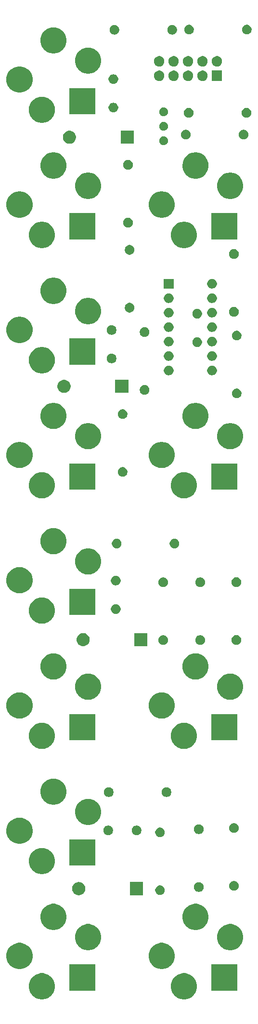
<source format=gbr>
G04 #@! TF.GenerationSoftware,KiCad,Pcbnew,(5.1.5)-3*
G04 #@! TF.CreationDate,2020-07-13T19:53:19+01:00*
G04 #@! TF.ProjectId,GATE2TRIG,47415445-3254-4524-9947-2e6b69636164,rev?*
G04 #@! TF.SameCoordinates,Original*
G04 #@! TF.FileFunction,Soldermask,Top*
G04 #@! TF.FilePolarity,Negative*
%FSLAX46Y46*%
G04 Gerber Fmt 4.6, Leading zero omitted, Abs format (unit mm)*
G04 Created by KiCad (PCBNEW (5.1.5)-3) date 2020-07-13 19:53:19*
%MOMM*%
%LPD*%
G04 APERTURE LIST*
%ADD10C,0.100000*%
G04 APERTURE END LIST*
D10*
G36*
X78400903Y-182919213D02*
G01*
X78623177Y-182963426D01*
X79041932Y-183136880D01*
X79418802Y-183388696D01*
X79739304Y-183709198D01*
X79991120Y-184086068D01*
X80164574Y-184504823D01*
X80253000Y-184949371D01*
X80253000Y-185402629D01*
X80164574Y-185847177D01*
X79991120Y-186265932D01*
X79739304Y-186642802D01*
X79418802Y-186963304D01*
X79041932Y-187215120D01*
X78623177Y-187388574D01*
X78400903Y-187432787D01*
X78178630Y-187477000D01*
X77725370Y-187477000D01*
X77503097Y-187432787D01*
X77280823Y-187388574D01*
X76862068Y-187215120D01*
X76485198Y-186963304D01*
X76164696Y-186642802D01*
X75912880Y-186265932D01*
X75739426Y-185847177D01*
X75651000Y-185402629D01*
X75651000Y-184949371D01*
X75739426Y-184504823D01*
X75912880Y-184086068D01*
X76164696Y-183709198D01*
X76485198Y-183388696D01*
X76862068Y-183136880D01*
X77280823Y-182963426D01*
X77503097Y-182919213D01*
X77725370Y-182875000D01*
X78178630Y-182875000D01*
X78400903Y-182919213D01*
G37*
G36*
X53400903Y-182919213D02*
G01*
X53623177Y-182963426D01*
X54041932Y-183136880D01*
X54418802Y-183388696D01*
X54739304Y-183709198D01*
X54991120Y-184086068D01*
X55164574Y-184504823D01*
X55253000Y-184949371D01*
X55253000Y-185402629D01*
X55164574Y-185847177D01*
X54991120Y-186265932D01*
X54739304Y-186642802D01*
X54418802Y-186963304D01*
X54041932Y-187215120D01*
X53623177Y-187388574D01*
X53400903Y-187432787D01*
X53178630Y-187477000D01*
X52725370Y-187477000D01*
X52503097Y-187432787D01*
X52280823Y-187388574D01*
X51862068Y-187215120D01*
X51485198Y-186963304D01*
X51164696Y-186642802D01*
X50912880Y-186265932D01*
X50739426Y-185847177D01*
X50651000Y-185402629D01*
X50651000Y-184949371D01*
X50739426Y-184504823D01*
X50912880Y-184086068D01*
X51164696Y-183709198D01*
X51485198Y-183388696D01*
X51862068Y-183136880D01*
X52280823Y-182963426D01*
X52503097Y-182919213D01*
X52725370Y-182875000D01*
X53178630Y-182875000D01*
X53400903Y-182919213D01*
G37*
G36*
X62365000Y-185953000D02*
G01*
X57763000Y-185953000D01*
X57763000Y-181351000D01*
X62365000Y-181351000D01*
X62365000Y-185953000D01*
G37*
G36*
X87365000Y-185953000D02*
G01*
X82763000Y-185953000D01*
X82763000Y-181351000D01*
X87365000Y-181351000D01*
X87365000Y-185953000D01*
G37*
G36*
X49463903Y-177585213D02*
G01*
X49686177Y-177629426D01*
X50104932Y-177802880D01*
X50481802Y-178054696D01*
X50802304Y-178375198D01*
X51054120Y-178752068D01*
X51227574Y-179170823D01*
X51316000Y-179615371D01*
X51316000Y-180068629D01*
X51227574Y-180513177D01*
X51054120Y-180931932D01*
X50802304Y-181308802D01*
X50481802Y-181629304D01*
X50104932Y-181881120D01*
X49686177Y-182054574D01*
X49463903Y-182098787D01*
X49241630Y-182143000D01*
X48788370Y-182143000D01*
X48566097Y-182098787D01*
X48343823Y-182054574D01*
X47925068Y-181881120D01*
X47548198Y-181629304D01*
X47227696Y-181308802D01*
X46975880Y-180931932D01*
X46802426Y-180513177D01*
X46714000Y-180068629D01*
X46714000Y-179615371D01*
X46802426Y-179170823D01*
X46975880Y-178752068D01*
X47227696Y-178375198D01*
X47548198Y-178054696D01*
X47925068Y-177802880D01*
X48343823Y-177629426D01*
X48566097Y-177585213D01*
X48788370Y-177541000D01*
X49241630Y-177541000D01*
X49463903Y-177585213D01*
G37*
G36*
X74463903Y-177585213D02*
G01*
X74686177Y-177629426D01*
X75104932Y-177802880D01*
X75481802Y-178054696D01*
X75802304Y-178375198D01*
X76054120Y-178752068D01*
X76227574Y-179170823D01*
X76316000Y-179615371D01*
X76316000Y-180068629D01*
X76227574Y-180513177D01*
X76054120Y-180931932D01*
X75802304Y-181308802D01*
X75481802Y-181629304D01*
X75104932Y-181881120D01*
X74686177Y-182054574D01*
X74463903Y-182098787D01*
X74241630Y-182143000D01*
X73788370Y-182143000D01*
X73566097Y-182098787D01*
X73343823Y-182054574D01*
X72925068Y-181881120D01*
X72548198Y-181629304D01*
X72227696Y-181308802D01*
X71975880Y-180931932D01*
X71802426Y-180513177D01*
X71714000Y-180068629D01*
X71714000Y-179615371D01*
X71802426Y-179170823D01*
X71975880Y-178752068D01*
X72227696Y-178375198D01*
X72548198Y-178054696D01*
X72925068Y-177802880D01*
X73343823Y-177629426D01*
X73566097Y-177585213D01*
X73788370Y-177541000D01*
X74241630Y-177541000D01*
X74463903Y-177585213D01*
G37*
G36*
X61528903Y-174283213D02*
G01*
X61751177Y-174327426D01*
X62169932Y-174500880D01*
X62546802Y-174752696D01*
X62867304Y-175073198D01*
X63119120Y-175450068D01*
X63292574Y-175868823D01*
X63381000Y-176313371D01*
X63381000Y-176766629D01*
X63292574Y-177211177D01*
X63119120Y-177629932D01*
X62867304Y-178006802D01*
X62546802Y-178327304D01*
X62169932Y-178579120D01*
X61751177Y-178752574D01*
X61528903Y-178796787D01*
X61306630Y-178841000D01*
X60853370Y-178841000D01*
X60631097Y-178796787D01*
X60408823Y-178752574D01*
X59990068Y-178579120D01*
X59613198Y-178327304D01*
X59292696Y-178006802D01*
X59040880Y-177629932D01*
X58867426Y-177211177D01*
X58779000Y-176766629D01*
X58779000Y-176313371D01*
X58867426Y-175868823D01*
X59040880Y-175450068D01*
X59292696Y-175073198D01*
X59613198Y-174752696D01*
X59990068Y-174500880D01*
X60408823Y-174327426D01*
X60631097Y-174283213D01*
X60853370Y-174239000D01*
X61306630Y-174239000D01*
X61528903Y-174283213D01*
G37*
G36*
X86528903Y-174283213D02*
G01*
X86751177Y-174327426D01*
X87169932Y-174500880D01*
X87546802Y-174752696D01*
X87867304Y-175073198D01*
X88119120Y-175450068D01*
X88292574Y-175868823D01*
X88381000Y-176313371D01*
X88381000Y-176766629D01*
X88292574Y-177211177D01*
X88119120Y-177629932D01*
X87867304Y-178006802D01*
X87546802Y-178327304D01*
X87169932Y-178579120D01*
X86751177Y-178752574D01*
X86528903Y-178796787D01*
X86306630Y-178841000D01*
X85853370Y-178841000D01*
X85631097Y-178796787D01*
X85408823Y-178752574D01*
X84990068Y-178579120D01*
X84613198Y-178327304D01*
X84292696Y-178006802D01*
X84040880Y-177629932D01*
X83867426Y-177211177D01*
X83779000Y-176766629D01*
X83779000Y-176313371D01*
X83867426Y-175868823D01*
X84040880Y-175450068D01*
X84292696Y-175073198D01*
X84613198Y-174752696D01*
X84990068Y-174500880D01*
X85408823Y-174327426D01*
X85631097Y-174283213D01*
X85853370Y-174239000D01*
X86306630Y-174239000D01*
X86528903Y-174283213D01*
G37*
G36*
X55432903Y-170727213D02*
G01*
X55655177Y-170771426D01*
X56073932Y-170944880D01*
X56450802Y-171196696D01*
X56771304Y-171517198D01*
X57023120Y-171894068D01*
X57196574Y-172312823D01*
X57285000Y-172757371D01*
X57285000Y-173210629D01*
X57196574Y-173655177D01*
X57023120Y-174073932D01*
X56771304Y-174450802D01*
X56450802Y-174771304D01*
X56073932Y-175023120D01*
X55655177Y-175196574D01*
X55432903Y-175240787D01*
X55210630Y-175285000D01*
X54757370Y-175285000D01*
X54535097Y-175240787D01*
X54312823Y-175196574D01*
X53894068Y-175023120D01*
X53517198Y-174771304D01*
X53196696Y-174450802D01*
X52944880Y-174073932D01*
X52771426Y-173655177D01*
X52683000Y-173210629D01*
X52683000Y-172757371D01*
X52771426Y-172312823D01*
X52944880Y-171894068D01*
X53196696Y-171517198D01*
X53517198Y-171196696D01*
X53894068Y-170944880D01*
X54312823Y-170771426D01*
X54535097Y-170727213D01*
X54757370Y-170683000D01*
X55210630Y-170683000D01*
X55432903Y-170727213D01*
G37*
G36*
X80432903Y-170727213D02*
G01*
X80655177Y-170771426D01*
X81073932Y-170944880D01*
X81450802Y-171196696D01*
X81771304Y-171517198D01*
X82023120Y-171894068D01*
X82196574Y-172312823D01*
X82285000Y-172757371D01*
X82285000Y-173210629D01*
X82196574Y-173655177D01*
X82023120Y-174073932D01*
X81771304Y-174450802D01*
X81450802Y-174771304D01*
X81073932Y-175023120D01*
X80655177Y-175196574D01*
X80432903Y-175240787D01*
X80210630Y-175285000D01*
X79757370Y-175285000D01*
X79535097Y-175240787D01*
X79312823Y-175196574D01*
X78894068Y-175023120D01*
X78517198Y-174771304D01*
X78196696Y-174450802D01*
X77944880Y-174073932D01*
X77771426Y-173655177D01*
X77683000Y-173210629D01*
X77683000Y-172757371D01*
X77771426Y-172312823D01*
X77944880Y-171894068D01*
X78196696Y-171517198D01*
X78517198Y-171196696D01*
X78894068Y-170944880D01*
X79312823Y-170771426D01*
X79535097Y-170727213D01*
X79757370Y-170683000D01*
X80210630Y-170683000D01*
X80432903Y-170727213D01*
G37*
G36*
X59654349Y-166893116D02*
G01*
X59765534Y-166915232D01*
X59975003Y-167001997D01*
X60163520Y-167127960D01*
X60323840Y-167288280D01*
X60439371Y-167461185D01*
X60449804Y-167476799D01*
X60456006Y-167491772D01*
X60536568Y-167686266D01*
X60580800Y-167908636D01*
X60580800Y-168135364D01*
X60536568Y-168357734D01*
X60449803Y-168567203D01*
X60323840Y-168755720D01*
X60163520Y-168916040D01*
X59975003Y-169042003D01*
X59765534Y-169128768D01*
X59654349Y-169150884D01*
X59543165Y-169173000D01*
X59316435Y-169173000D01*
X59205251Y-169150884D01*
X59094066Y-169128768D01*
X58884597Y-169042003D01*
X58696080Y-168916040D01*
X58535760Y-168755720D01*
X58409797Y-168567203D01*
X58323032Y-168357734D01*
X58278800Y-168135364D01*
X58278800Y-167908636D01*
X58323032Y-167686266D01*
X58403594Y-167491772D01*
X58409796Y-167476799D01*
X58420229Y-167461185D01*
X58535760Y-167288280D01*
X58696080Y-167127960D01*
X58884597Y-167001997D01*
X59094066Y-166915232D01*
X59205251Y-166893116D01*
X59316435Y-166871000D01*
X59543165Y-166871000D01*
X59654349Y-166893116D01*
G37*
G36*
X70740800Y-169173000D02*
G01*
X68438800Y-169173000D01*
X68438800Y-166871000D01*
X70740800Y-166871000D01*
X70740800Y-169173000D01*
G37*
G36*
X73975728Y-167488703D02*
G01*
X74130600Y-167552853D01*
X74269981Y-167645985D01*
X74388515Y-167764519D01*
X74481647Y-167903900D01*
X74545797Y-168058772D01*
X74578500Y-168223184D01*
X74578500Y-168390816D01*
X74545797Y-168555228D01*
X74481647Y-168710100D01*
X74388515Y-168849481D01*
X74269981Y-168968015D01*
X74130600Y-169061147D01*
X73975728Y-169125297D01*
X73811316Y-169158000D01*
X73643684Y-169158000D01*
X73479272Y-169125297D01*
X73324400Y-169061147D01*
X73185019Y-168968015D01*
X73066485Y-168849481D01*
X72973353Y-168710100D01*
X72909203Y-168555228D01*
X72876500Y-168390816D01*
X72876500Y-168223184D01*
X72909203Y-168058772D01*
X72973353Y-167903900D01*
X73066485Y-167764519D01*
X73185019Y-167645985D01*
X73324400Y-167552853D01*
X73479272Y-167488703D01*
X73643684Y-167456000D01*
X73811316Y-167456000D01*
X73975728Y-167488703D01*
G37*
G36*
X80788028Y-166921703D02*
G01*
X80942900Y-166985853D01*
X81082281Y-167078985D01*
X81200815Y-167197519D01*
X81293947Y-167336900D01*
X81358097Y-167491772D01*
X81390800Y-167656184D01*
X81390800Y-167823816D01*
X81358097Y-167988228D01*
X81293947Y-168143100D01*
X81200815Y-168282481D01*
X81082281Y-168401015D01*
X80942900Y-168494147D01*
X80788028Y-168558297D01*
X80623616Y-168591000D01*
X80455984Y-168591000D01*
X80291572Y-168558297D01*
X80136700Y-168494147D01*
X79997319Y-168401015D01*
X79878785Y-168282481D01*
X79785653Y-168143100D01*
X79721503Y-167988228D01*
X79688800Y-167823816D01*
X79688800Y-167656184D01*
X79721503Y-167491772D01*
X79785653Y-167336900D01*
X79878785Y-167197519D01*
X79997319Y-167078985D01*
X80136700Y-166985853D01*
X80291572Y-166921703D01*
X80455984Y-166889000D01*
X80623616Y-166889000D01*
X80788028Y-166921703D01*
G37*
G36*
X86972928Y-166726703D02*
G01*
X87127800Y-166790853D01*
X87267181Y-166883985D01*
X87385715Y-167002519D01*
X87478847Y-167141900D01*
X87542997Y-167296772D01*
X87575700Y-167461184D01*
X87575700Y-167628816D01*
X87542997Y-167793228D01*
X87478847Y-167948100D01*
X87385715Y-168087481D01*
X87267181Y-168206015D01*
X87127800Y-168299147D01*
X86972928Y-168363297D01*
X86808516Y-168396000D01*
X86640884Y-168396000D01*
X86476472Y-168363297D01*
X86321600Y-168299147D01*
X86182219Y-168206015D01*
X86063685Y-168087481D01*
X85970553Y-167948100D01*
X85906403Y-167793228D01*
X85873700Y-167628816D01*
X85873700Y-167461184D01*
X85906403Y-167296772D01*
X85970553Y-167141900D01*
X86063685Y-167002519D01*
X86182219Y-166883985D01*
X86321600Y-166790853D01*
X86476472Y-166726703D01*
X86640884Y-166694000D01*
X86808516Y-166694000D01*
X86972928Y-166726703D01*
G37*
G36*
X53400903Y-160919213D02*
G01*
X53623177Y-160963426D01*
X54041932Y-161136880D01*
X54418802Y-161388696D01*
X54739304Y-161709198D01*
X54991120Y-162086068D01*
X55164574Y-162504823D01*
X55253000Y-162949371D01*
X55253000Y-163402629D01*
X55164574Y-163847177D01*
X54991120Y-164265932D01*
X54739304Y-164642802D01*
X54418802Y-164963304D01*
X54041932Y-165215120D01*
X53623177Y-165388574D01*
X53400903Y-165432787D01*
X53178630Y-165477000D01*
X52725370Y-165477000D01*
X52503097Y-165432787D01*
X52280823Y-165388574D01*
X51862068Y-165215120D01*
X51485198Y-164963304D01*
X51164696Y-164642802D01*
X50912880Y-164265932D01*
X50739426Y-163847177D01*
X50651000Y-163402629D01*
X50651000Y-162949371D01*
X50739426Y-162504823D01*
X50912880Y-162086068D01*
X51164696Y-161709198D01*
X51485198Y-161388696D01*
X51862068Y-161136880D01*
X52280823Y-160963426D01*
X52503097Y-160919213D01*
X52725370Y-160875000D01*
X53178630Y-160875000D01*
X53400903Y-160919213D01*
G37*
G36*
X62365000Y-163953000D02*
G01*
X57763000Y-163953000D01*
X57763000Y-159351000D01*
X62365000Y-159351000D01*
X62365000Y-163953000D01*
G37*
G36*
X49463903Y-155585213D02*
G01*
X49686177Y-155629426D01*
X50104932Y-155802880D01*
X50481802Y-156054696D01*
X50802304Y-156375198D01*
X51054120Y-156752068D01*
X51227574Y-157170823D01*
X51259589Y-157331772D01*
X51316000Y-157615370D01*
X51316000Y-158068630D01*
X51305288Y-158122481D01*
X51227574Y-158513177D01*
X51054120Y-158931932D01*
X50802304Y-159308802D01*
X50481802Y-159629304D01*
X50104932Y-159881120D01*
X49686177Y-160054574D01*
X49463903Y-160098787D01*
X49241630Y-160143000D01*
X48788370Y-160143000D01*
X48566097Y-160098787D01*
X48343823Y-160054574D01*
X47925068Y-159881120D01*
X47548198Y-159629304D01*
X47227696Y-159308802D01*
X46975880Y-158931932D01*
X46802426Y-158513177D01*
X46724712Y-158122481D01*
X46714000Y-158068630D01*
X46714000Y-157615370D01*
X46770411Y-157331772D01*
X46802426Y-157170823D01*
X46975880Y-156752068D01*
X47227696Y-156375198D01*
X47548198Y-156054696D01*
X47925068Y-155802880D01*
X48343823Y-155629426D01*
X48566097Y-155585213D01*
X48788370Y-155541000D01*
X49241630Y-155541000D01*
X49463903Y-155585213D01*
G37*
G36*
X73975728Y-157328703D02*
G01*
X74130600Y-157392853D01*
X74269981Y-157485985D01*
X74388515Y-157604519D01*
X74481647Y-157743900D01*
X74545797Y-157898772D01*
X74578500Y-158063184D01*
X74578500Y-158230816D01*
X74545797Y-158395228D01*
X74481647Y-158550100D01*
X74388515Y-158689481D01*
X74269981Y-158808015D01*
X74130600Y-158901147D01*
X73975728Y-158965297D01*
X73811316Y-158998000D01*
X73643684Y-158998000D01*
X73479272Y-158965297D01*
X73324400Y-158901147D01*
X73185019Y-158808015D01*
X73066485Y-158689481D01*
X72973353Y-158550100D01*
X72909203Y-158395228D01*
X72876500Y-158230816D01*
X72876500Y-158063184D01*
X72909203Y-157898772D01*
X72973353Y-157743900D01*
X73066485Y-157604519D01*
X73185019Y-157485985D01*
X73324400Y-157392853D01*
X73479272Y-157328703D01*
X73643684Y-157296000D01*
X73811316Y-157296000D01*
X73975728Y-157328703D01*
G37*
G36*
X64846928Y-156977703D02*
G01*
X65001800Y-157041853D01*
X65141181Y-157134985D01*
X65259715Y-157253519D01*
X65352847Y-157392900D01*
X65416997Y-157547772D01*
X65449700Y-157712184D01*
X65449700Y-157879816D01*
X65416997Y-158044228D01*
X65352847Y-158199100D01*
X65259715Y-158338481D01*
X65141181Y-158457015D01*
X65001800Y-158550147D01*
X64846928Y-158614297D01*
X64682516Y-158647000D01*
X64514884Y-158647000D01*
X64350472Y-158614297D01*
X64195600Y-158550147D01*
X64056219Y-158457015D01*
X63937685Y-158338481D01*
X63844553Y-158199100D01*
X63780403Y-158044228D01*
X63747700Y-157879816D01*
X63747700Y-157712184D01*
X63780403Y-157547772D01*
X63844553Y-157392900D01*
X63937685Y-157253519D01*
X64056219Y-157134985D01*
X64195600Y-157041853D01*
X64350472Y-156977703D01*
X64514884Y-156945000D01*
X64682516Y-156945000D01*
X64846928Y-156977703D01*
G37*
G36*
X69846928Y-156977703D02*
G01*
X70001800Y-157041853D01*
X70141181Y-157134985D01*
X70259715Y-157253519D01*
X70352847Y-157392900D01*
X70416997Y-157547772D01*
X70449700Y-157712184D01*
X70449700Y-157879816D01*
X70416997Y-158044228D01*
X70352847Y-158199100D01*
X70259715Y-158338481D01*
X70141181Y-158457015D01*
X70001800Y-158550147D01*
X69846928Y-158614297D01*
X69682516Y-158647000D01*
X69514884Y-158647000D01*
X69350472Y-158614297D01*
X69195600Y-158550147D01*
X69056219Y-158457015D01*
X68937685Y-158338481D01*
X68844553Y-158199100D01*
X68780403Y-158044228D01*
X68747700Y-157879816D01*
X68747700Y-157712184D01*
X68780403Y-157547772D01*
X68844553Y-157392900D01*
X68937685Y-157253519D01*
X69056219Y-157134985D01*
X69195600Y-157041853D01*
X69350472Y-156977703D01*
X69514884Y-156945000D01*
X69682516Y-156945000D01*
X69846928Y-156977703D01*
G37*
G36*
X80788028Y-156761703D02*
G01*
X80942900Y-156825853D01*
X81082281Y-156918985D01*
X81200815Y-157037519D01*
X81293947Y-157176900D01*
X81358097Y-157331772D01*
X81390800Y-157496184D01*
X81390800Y-157663816D01*
X81358097Y-157828228D01*
X81293947Y-157983100D01*
X81200815Y-158122481D01*
X81082281Y-158241015D01*
X80942900Y-158334147D01*
X80788028Y-158398297D01*
X80623616Y-158431000D01*
X80455984Y-158431000D01*
X80291572Y-158398297D01*
X80136700Y-158334147D01*
X79997319Y-158241015D01*
X79878785Y-158122481D01*
X79785653Y-157983100D01*
X79721503Y-157828228D01*
X79688800Y-157663816D01*
X79688800Y-157496184D01*
X79721503Y-157331772D01*
X79785653Y-157176900D01*
X79878785Y-157037519D01*
X79997319Y-156918985D01*
X80136700Y-156825853D01*
X80291572Y-156761703D01*
X80455984Y-156729000D01*
X80623616Y-156729000D01*
X80788028Y-156761703D01*
G37*
G36*
X86972928Y-156566703D02*
G01*
X87127800Y-156630853D01*
X87267181Y-156723985D01*
X87385715Y-156842519D01*
X87478847Y-156981900D01*
X87542997Y-157136772D01*
X87575700Y-157301184D01*
X87575700Y-157468816D01*
X87542997Y-157633228D01*
X87478847Y-157788100D01*
X87385715Y-157927481D01*
X87267181Y-158046015D01*
X87127800Y-158139147D01*
X86972928Y-158203297D01*
X86808516Y-158236000D01*
X86640884Y-158236000D01*
X86476472Y-158203297D01*
X86321600Y-158139147D01*
X86182219Y-158046015D01*
X86063685Y-157927481D01*
X85970553Y-157788100D01*
X85906403Y-157633228D01*
X85873700Y-157468816D01*
X85873700Y-157301184D01*
X85906403Y-157136772D01*
X85970553Y-156981900D01*
X86063685Y-156842519D01*
X86182219Y-156723985D01*
X86321600Y-156630853D01*
X86476472Y-156566703D01*
X86640884Y-156534000D01*
X86808516Y-156534000D01*
X86972928Y-156566703D01*
G37*
G36*
X61528903Y-152283213D02*
G01*
X61751177Y-152327426D01*
X62169932Y-152500880D01*
X62546802Y-152752696D01*
X62867304Y-153073198D01*
X63119120Y-153450068D01*
X63292574Y-153868823D01*
X63381000Y-154313371D01*
X63381000Y-154766629D01*
X63292574Y-155211177D01*
X63119120Y-155629932D01*
X62867304Y-156006802D01*
X62546802Y-156327304D01*
X62169932Y-156579120D01*
X61751177Y-156752574D01*
X61705282Y-156761703D01*
X61306630Y-156841000D01*
X60853370Y-156841000D01*
X60454718Y-156761703D01*
X60408823Y-156752574D01*
X59990068Y-156579120D01*
X59613198Y-156327304D01*
X59292696Y-156006802D01*
X59040880Y-155629932D01*
X58867426Y-155211177D01*
X58779000Y-154766629D01*
X58779000Y-154313371D01*
X58867426Y-153868823D01*
X59040880Y-153450068D01*
X59292696Y-153073198D01*
X59613198Y-152752696D01*
X59990068Y-152500880D01*
X60408823Y-152327426D01*
X60631097Y-152283213D01*
X60853370Y-152239000D01*
X61306630Y-152239000D01*
X61528903Y-152283213D01*
G37*
G36*
X55432903Y-148727213D02*
G01*
X55655177Y-148771426D01*
X56073932Y-148944880D01*
X56450802Y-149196696D01*
X56771304Y-149517198D01*
X57023120Y-149894068D01*
X57196574Y-150312823D01*
X57285000Y-150757371D01*
X57285000Y-151210629D01*
X57196574Y-151655177D01*
X57023120Y-152073932D01*
X56771304Y-152450802D01*
X56450802Y-152771304D01*
X56073932Y-153023120D01*
X55655177Y-153196574D01*
X55432903Y-153240787D01*
X55210630Y-153285000D01*
X54757370Y-153285000D01*
X54535097Y-153240787D01*
X54312823Y-153196574D01*
X53894068Y-153023120D01*
X53517198Y-152771304D01*
X53196696Y-152450802D01*
X52944880Y-152073932D01*
X52771426Y-151655177D01*
X52683000Y-151210629D01*
X52683000Y-150757371D01*
X52771426Y-150312823D01*
X52944880Y-149894068D01*
X53196696Y-149517198D01*
X53517198Y-149196696D01*
X53894068Y-148944880D01*
X54312823Y-148771426D01*
X54535097Y-148727213D01*
X54757370Y-148683000D01*
X55210630Y-148683000D01*
X55432903Y-148727213D01*
G37*
G36*
X75106028Y-150246703D02*
G01*
X75260900Y-150310853D01*
X75400281Y-150403985D01*
X75518815Y-150522519D01*
X75611947Y-150661900D01*
X75676097Y-150816772D01*
X75708800Y-150981184D01*
X75708800Y-151148816D01*
X75676097Y-151313228D01*
X75611947Y-151468100D01*
X75518815Y-151607481D01*
X75400281Y-151726015D01*
X75260900Y-151819147D01*
X75106028Y-151883297D01*
X74941616Y-151916000D01*
X74773984Y-151916000D01*
X74609572Y-151883297D01*
X74454700Y-151819147D01*
X74315319Y-151726015D01*
X74196785Y-151607481D01*
X74103653Y-151468100D01*
X74039503Y-151313228D01*
X74006800Y-151148816D01*
X74006800Y-150981184D01*
X74039503Y-150816772D01*
X74103653Y-150661900D01*
X74196785Y-150522519D01*
X74315319Y-150403985D01*
X74454700Y-150310853D01*
X74609572Y-150246703D01*
X74773984Y-150214000D01*
X74941616Y-150214000D01*
X75106028Y-150246703D01*
G37*
G36*
X64946028Y-150246703D02*
G01*
X65100900Y-150310853D01*
X65240281Y-150403985D01*
X65358815Y-150522519D01*
X65451947Y-150661900D01*
X65516097Y-150816772D01*
X65548800Y-150981184D01*
X65548800Y-151148816D01*
X65516097Y-151313228D01*
X65451947Y-151468100D01*
X65358815Y-151607481D01*
X65240281Y-151726015D01*
X65100900Y-151819147D01*
X64946028Y-151883297D01*
X64781616Y-151916000D01*
X64613984Y-151916000D01*
X64449572Y-151883297D01*
X64294700Y-151819147D01*
X64155319Y-151726015D01*
X64036785Y-151607481D01*
X63943653Y-151468100D01*
X63879503Y-151313228D01*
X63846800Y-151148816D01*
X63846800Y-150981184D01*
X63879503Y-150816772D01*
X63943653Y-150661900D01*
X64036785Y-150522519D01*
X64155319Y-150403985D01*
X64294700Y-150310853D01*
X64449572Y-150246703D01*
X64613984Y-150214000D01*
X64781616Y-150214000D01*
X64946028Y-150246703D01*
G37*
G36*
X78400903Y-138919213D02*
G01*
X78623177Y-138963426D01*
X79041932Y-139136880D01*
X79418802Y-139388696D01*
X79739304Y-139709198D01*
X79991120Y-140086068D01*
X80164574Y-140504823D01*
X80253000Y-140949371D01*
X80253000Y-141402629D01*
X80164574Y-141847177D01*
X79991120Y-142265932D01*
X79739304Y-142642802D01*
X79418802Y-142963304D01*
X79041932Y-143215120D01*
X78623177Y-143388574D01*
X78400903Y-143432787D01*
X78178630Y-143477000D01*
X77725370Y-143477000D01*
X77503097Y-143432787D01*
X77280823Y-143388574D01*
X76862068Y-143215120D01*
X76485198Y-142963304D01*
X76164696Y-142642802D01*
X75912880Y-142265932D01*
X75739426Y-141847177D01*
X75651000Y-141402629D01*
X75651000Y-140949371D01*
X75739426Y-140504823D01*
X75912880Y-140086068D01*
X76164696Y-139709198D01*
X76485198Y-139388696D01*
X76862068Y-139136880D01*
X77280823Y-138963426D01*
X77503097Y-138919213D01*
X77725370Y-138875000D01*
X78178630Y-138875000D01*
X78400903Y-138919213D01*
G37*
G36*
X53400903Y-138919213D02*
G01*
X53623177Y-138963426D01*
X54041932Y-139136880D01*
X54418802Y-139388696D01*
X54739304Y-139709198D01*
X54991120Y-140086068D01*
X55164574Y-140504823D01*
X55253000Y-140949371D01*
X55253000Y-141402629D01*
X55164574Y-141847177D01*
X54991120Y-142265932D01*
X54739304Y-142642802D01*
X54418802Y-142963304D01*
X54041932Y-143215120D01*
X53623177Y-143388574D01*
X53400903Y-143432787D01*
X53178630Y-143477000D01*
X52725370Y-143477000D01*
X52503097Y-143432787D01*
X52280823Y-143388574D01*
X51862068Y-143215120D01*
X51485198Y-142963304D01*
X51164696Y-142642802D01*
X50912880Y-142265932D01*
X50739426Y-141847177D01*
X50651000Y-141402629D01*
X50651000Y-140949371D01*
X50739426Y-140504823D01*
X50912880Y-140086068D01*
X51164696Y-139709198D01*
X51485198Y-139388696D01*
X51862068Y-139136880D01*
X52280823Y-138963426D01*
X52503097Y-138919213D01*
X52725370Y-138875000D01*
X53178630Y-138875000D01*
X53400903Y-138919213D01*
G37*
G36*
X87365000Y-141953000D02*
G01*
X82763000Y-141953000D01*
X82763000Y-137351000D01*
X87365000Y-137351000D01*
X87365000Y-141953000D01*
G37*
G36*
X62365000Y-141953000D02*
G01*
X57763000Y-141953000D01*
X57763000Y-137351000D01*
X62365000Y-137351000D01*
X62365000Y-141953000D01*
G37*
G36*
X49463903Y-133585213D02*
G01*
X49686177Y-133629426D01*
X50104932Y-133802880D01*
X50481802Y-134054696D01*
X50802304Y-134375198D01*
X51054120Y-134752068D01*
X51227574Y-135170823D01*
X51316000Y-135615371D01*
X51316000Y-136068629D01*
X51227574Y-136513177D01*
X51054120Y-136931932D01*
X50802304Y-137308802D01*
X50481802Y-137629304D01*
X50104932Y-137881120D01*
X49686177Y-138054574D01*
X49463903Y-138098787D01*
X49241630Y-138143000D01*
X48788370Y-138143000D01*
X48566097Y-138098787D01*
X48343823Y-138054574D01*
X47925068Y-137881120D01*
X47548198Y-137629304D01*
X47227696Y-137308802D01*
X46975880Y-136931932D01*
X46802426Y-136513177D01*
X46714000Y-136068629D01*
X46714000Y-135615371D01*
X46802426Y-135170823D01*
X46975880Y-134752068D01*
X47227696Y-134375198D01*
X47548198Y-134054696D01*
X47925068Y-133802880D01*
X48343823Y-133629426D01*
X48566097Y-133585213D01*
X48788370Y-133541000D01*
X49241630Y-133541000D01*
X49463903Y-133585213D01*
G37*
G36*
X74463903Y-133585213D02*
G01*
X74686177Y-133629426D01*
X75104932Y-133802880D01*
X75481802Y-134054696D01*
X75802304Y-134375198D01*
X76054120Y-134752068D01*
X76227574Y-135170823D01*
X76316000Y-135615371D01*
X76316000Y-136068629D01*
X76227574Y-136513177D01*
X76054120Y-136931932D01*
X75802304Y-137308802D01*
X75481802Y-137629304D01*
X75104932Y-137881120D01*
X74686177Y-138054574D01*
X74463903Y-138098787D01*
X74241630Y-138143000D01*
X73788370Y-138143000D01*
X73566097Y-138098787D01*
X73343823Y-138054574D01*
X72925068Y-137881120D01*
X72548198Y-137629304D01*
X72227696Y-137308802D01*
X71975880Y-136931932D01*
X71802426Y-136513177D01*
X71714000Y-136068629D01*
X71714000Y-135615371D01*
X71802426Y-135170823D01*
X71975880Y-134752068D01*
X72227696Y-134375198D01*
X72548198Y-134054696D01*
X72925068Y-133802880D01*
X73343823Y-133629426D01*
X73566097Y-133585213D01*
X73788370Y-133541000D01*
X74241630Y-133541000D01*
X74463903Y-133585213D01*
G37*
G36*
X61528903Y-130283213D02*
G01*
X61751177Y-130327426D01*
X62169932Y-130500880D01*
X62546802Y-130752696D01*
X62867304Y-131073198D01*
X63119120Y-131450068D01*
X63292574Y-131868823D01*
X63381000Y-132313371D01*
X63381000Y-132766629D01*
X63292574Y-133211177D01*
X63119120Y-133629932D01*
X62867304Y-134006802D01*
X62546802Y-134327304D01*
X62169932Y-134579120D01*
X61751177Y-134752574D01*
X61528903Y-134796787D01*
X61306630Y-134841000D01*
X60853370Y-134841000D01*
X60631097Y-134796787D01*
X60408823Y-134752574D01*
X59990068Y-134579120D01*
X59613198Y-134327304D01*
X59292696Y-134006802D01*
X59040880Y-133629932D01*
X58867426Y-133211177D01*
X58779000Y-132766629D01*
X58779000Y-132313371D01*
X58867426Y-131868823D01*
X59040880Y-131450068D01*
X59292696Y-131073198D01*
X59613198Y-130752696D01*
X59990068Y-130500880D01*
X60408823Y-130327426D01*
X60631097Y-130283213D01*
X60853370Y-130239000D01*
X61306630Y-130239000D01*
X61528903Y-130283213D01*
G37*
G36*
X86528903Y-130283213D02*
G01*
X86751177Y-130327426D01*
X87169932Y-130500880D01*
X87546802Y-130752696D01*
X87867304Y-131073198D01*
X88119120Y-131450068D01*
X88292574Y-131868823D01*
X88381000Y-132313371D01*
X88381000Y-132766629D01*
X88292574Y-133211177D01*
X88119120Y-133629932D01*
X87867304Y-134006802D01*
X87546802Y-134327304D01*
X87169932Y-134579120D01*
X86751177Y-134752574D01*
X86528903Y-134796787D01*
X86306630Y-134841000D01*
X85853370Y-134841000D01*
X85631097Y-134796787D01*
X85408823Y-134752574D01*
X84990068Y-134579120D01*
X84613198Y-134327304D01*
X84292696Y-134006802D01*
X84040880Y-133629932D01*
X83867426Y-133211177D01*
X83779000Y-132766629D01*
X83779000Y-132313371D01*
X83867426Y-131868823D01*
X84040880Y-131450068D01*
X84292696Y-131073198D01*
X84613198Y-130752696D01*
X84990068Y-130500880D01*
X85408823Y-130327426D01*
X85631097Y-130283213D01*
X85853370Y-130239000D01*
X86306630Y-130239000D01*
X86528903Y-130283213D01*
G37*
G36*
X80432903Y-126727213D02*
G01*
X80655177Y-126771426D01*
X81073932Y-126944880D01*
X81450802Y-127196696D01*
X81771304Y-127517198D01*
X82023120Y-127894068D01*
X82196574Y-128312823D01*
X82285000Y-128757371D01*
X82285000Y-129210629D01*
X82196574Y-129655177D01*
X82023120Y-130073932D01*
X81771304Y-130450802D01*
X81450802Y-130771304D01*
X81073932Y-131023120D01*
X80655177Y-131196574D01*
X80432903Y-131240787D01*
X80210630Y-131285000D01*
X79757370Y-131285000D01*
X79535097Y-131240787D01*
X79312823Y-131196574D01*
X78894068Y-131023120D01*
X78517198Y-130771304D01*
X78196696Y-130450802D01*
X77944880Y-130073932D01*
X77771426Y-129655177D01*
X77683000Y-129210629D01*
X77683000Y-128757371D01*
X77771426Y-128312823D01*
X77944880Y-127894068D01*
X78196696Y-127517198D01*
X78517198Y-127196696D01*
X78894068Y-126944880D01*
X79312823Y-126771426D01*
X79535097Y-126727213D01*
X79757370Y-126683000D01*
X80210630Y-126683000D01*
X80432903Y-126727213D01*
G37*
G36*
X55432903Y-126727213D02*
G01*
X55655177Y-126771426D01*
X56073932Y-126944880D01*
X56450802Y-127196696D01*
X56771304Y-127517198D01*
X57023120Y-127894068D01*
X57196574Y-128312823D01*
X57285000Y-128757371D01*
X57285000Y-129210629D01*
X57196574Y-129655177D01*
X57023120Y-130073932D01*
X56771304Y-130450802D01*
X56450802Y-130771304D01*
X56073932Y-131023120D01*
X55655177Y-131196574D01*
X55432903Y-131240787D01*
X55210630Y-131285000D01*
X54757370Y-131285000D01*
X54535097Y-131240787D01*
X54312823Y-131196574D01*
X53894068Y-131023120D01*
X53517198Y-130771304D01*
X53196696Y-130450802D01*
X52944880Y-130073932D01*
X52771426Y-129655177D01*
X52683000Y-129210629D01*
X52683000Y-128757371D01*
X52771426Y-128312823D01*
X52944880Y-127894068D01*
X53196696Y-127517198D01*
X53517198Y-127196696D01*
X53894068Y-126944880D01*
X54312823Y-126771426D01*
X54535097Y-126727213D01*
X54757370Y-126683000D01*
X55210630Y-126683000D01*
X55432903Y-126727213D01*
G37*
G36*
X71518100Y-125417000D02*
G01*
X69216100Y-125417000D01*
X69216100Y-123115000D01*
X71518100Y-123115000D01*
X71518100Y-125417000D01*
G37*
G36*
X60431649Y-123137116D02*
G01*
X60542834Y-123159232D01*
X60752303Y-123245997D01*
X60940820Y-123371960D01*
X61101140Y-123532280D01*
X61227103Y-123720797D01*
X61313868Y-123930266D01*
X61315566Y-123938803D01*
X61358100Y-124152635D01*
X61358100Y-124379365D01*
X61335984Y-124490549D01*
X61313868Y-124601734D01*
X61227103Y-124811203D01*
X61101140Y-124999720D01*
X60940820Y-125160040D01*
X60752303Y-125286003D01*
X60542834Y-125372768D01*
X60431649Y-125394884D01*
X60320465Y-125417000D01*
X60093735Y-125417000D01*
X59982551Y-125394884D01*
X59871366Y-125372768D01*
X59661897Y-125286003D01*
X59473380Y-125160040D01*
X59313060Y-124999720D01*
X59187097Y-124811203D01*
X59100332Y-124601734D01*
X59078216Y-124490549D01*
X59056100Y-124379365D01*
X59056100Y-124152635D01*
X59098634Y-123938803D01*
X59100332Y-123930266D01*
X59187097Y-123720797D01*
X59313060Y-123532280D01*
X59473380Y-123371960D01*
X59661897Y-123245997D01*
X59871366Y-123159232D01*
X59982551Y-123137116D01*
X60093735Y-123115000D01*
X60320465Y-123115000D01*
X60431649Y-123137116D01*
G37*
G36*
X81039428Y-123538703D02*
G01*
X81194300Y-123602853D01*
X81333681Y-123695985D01*
X81452215Y-123814519D01*
X81545347Y-123953900D01*
X81609497Y-124108772D01*
X81642200Y-124273184D01*
X81642200Y-124440816D01*
X81609497Y-124605228D01*
X81545347Y-124760100D01*
X81452215Y-124899481D01*
X81333681Y-125018015D01*
X81194300Y-125111147D01*
X81039428Y-125175297D01*
X80875016Y-125208000D01*
X80707384Y-125208000D01*
X80542972Y-125175297D01*
X80388100Y-125111147D01*
X80248719Y-125018015D01*
X80130185Y-124899481D01*
X80037053Y-124760100D01*
X79972903Y-124605228D01*
X79940200Y-124440816D01*
X79940200Y-124273184D01*
X79972903Y-124108772D01*
X80037053Y-123953900D01*
X80130185Y-123814519D01*
X80248719Y-123695985D01*
X80388100Y-123602853D01*
X80542972Y-123538703D01*
X80707384Y-123506000D01*
X80875016Y-123506000D01*
X81039428Y-123538703D01*
G37*
G36*
X74539628Y-123538703D02*
G01*
X74694500Y-123602853D01*
X74833881Y-123695985D01*
X74952415Y-123814519D01*
X75045547Y-123953900D01*
X75109697Y-124108772D01*
X75142400Y-124273184D01*
X75142400Y-124440816D01*
X75109697Y-124605228D01*
X75045547Y-124760100D01*
X74952415Y-124899481D01*
X74833881Y-125018015D01*
X74694500Y-125111147D01*
X74539628Y-125175297D01*
X74375216Y-125208000D01*
X74207584Y-125208000D01*
X74043172Y-125175297D01*
X73888300Y-125111147D01*
X73748919Y-125018015D01*
X73630385Y-124899481D01*
X73537253Y-124760100D01*
X73473103Y-124605228D01*
X73440400Y-124440816D01*
X73440400Y-124273184D01*
X73473103Y-124108772D01*
X73537253Y-123953900D01*
X73630385Y-123814519D01*
X73748919Y-123695985D01*
X73888300Y-123602853D01*
X74043172Y-123538703D01*
X74207584Y-123506000D01*
X74375216Y-123506000D01*
X74539628Y-123538703D01*
G37*
G36*
X87399628Y-123523603D02*
G01*
X87554500Y-123587753D01*
X87693881Y-123680885D01*
X87812415Y-123799419D01*
X87905547Y-123938800D01*
X87969697Y-124093672D01*
X88002400Y-124258084D01*
X88002400Y-124425716D01*
X87969697Y-124590128D01*
X87905547Y-124745000D01*
X87812415Y-124884381D01*
X87693881Y-125002915D01*
X87554500Y-125096047D01*
X87399628Y-125160197D01*
X87235216Y-125192900D01*
X87067584Y-125192900D01*
X86903172Y-125160197D01*
X86748300Y-125096047D01*
X86608919Y-125002915D01*
X86490385Y-124884381D01*
X86397253Y-124745000D01*
X86333103Y-124590128D01*
X86300400Y-124425716D01*
X86300400Y-124258084D01*
X86333103Y-124093672D01*
X86397253Y-123938800D01*
X86490385Y-123799419D01*
X86608919Y-123680885D01*
X86748300Y-123587753D01*
X86903172Y-123523603D01*
X87067584Y-123490900D01*
X87235216Y-123490900D01*
X87399628Y-123523603D01*
G37*
G36*
X53400903Y-116919213D02*
G01*
X53623177Y-116963426D01*
X54041932Y-117136880D01*
X54418802Y-117388696D01*
X54739304Y-117709198D01*
X54991120Y-118086068D01*
X55164574Y-118504823D01*
X55253000Y-118949371D01*
X55253000Y-119402629D01*
X55164574Y-119847177D01*
X54991120Y-120265932D01*
X54739304Y-120642802D01*
X54418802Y-120963304D01*
X54041932Y-121215120D01*
X53623177Y-121388574D01*
X53400903Y-121432787D01*
X53178630Y-121477000D01*
X52725370Y-121477000D01*
X52503097Y-121432787D01*
X52280823Y-121388574D01*
X51862068Y-121215120D01*
X51485198Y-120963304D01*
X51164696Y-120642802D01*
X50912880Y-120265932D01*
X50739426Y-119847177D01*
X50651000Y-119402629D01*
X50651000Y-118949371D01*
X50739426Y-118504823D01*
X50912880Y-118086068D01*
X51164696Y-117709198D01*
X51485198Y-117388696D01*
X51862068Y-117136880D01*
X52280823Y-116963426D01*
X52503097Y-116919213D01*
X52725370Y-116875000D01*
X53178630Y-116875000D01*
X53400903Y-116919213D01*
G37*
G36*
X62365000Y-119953000D02*
G01*
X57763000Y-119953000D01*
X57763000Y-115351000D01*
X62365000Y-115351000D01*
X62365000Y-119953000D01*
G37*
G36*
X66190628Y-118084203D02*
G01*
X66345500Y-118148353D01*
X66484881Y-118241485D01*
X66603415Y-118360019D01*
X66696547Y-118499400D01*
X66760697Y-118654272D01*
X66793400Y-118818684D01*
X66793400Y-118986316D01*
X66760697Y-119150728D01*
X66696547Y-119305600D01*
X66603415Y-119444981D01*
X66484881Y-119563515D01*
X66345500Y-119656647D01*
X66190628Y-119720797D01*
X66026216Y-119753500D01*
X65858584Y-119753500D01*
X65694172Y-119720797D01*
X65539300Y-119656647D01*
X65399919Y-119563515D01*
X65281385Y-119444981D01*
X65188253Y-119305600D01*
X65124103Y-119150728D01*
X65091400Y-118986316D01*
X65091400Y-118818684D01*
X65124103Y-118654272D01*
X65188253Y-118499400D01*
X65281385Y-118360019D01*
X65399919Y-118241485D01*
X65539300Y-118148353D01*
X65694172Y-118084203D01*
X65858584Y-118051500D01*
X66026216Y-118051500D01*
X66190628Y-118084203D01*
G37*
G36*
X49463903Y-111585213D02*
G01*
X49686177Y-111629426D01*
X50104932Y-111802880D01*
X50481802Y-112054696D01*
X50802304Y-112375198D01*
X51054120Y-112752068D01*
X51227574Y-113170823D01*
X51259415Y-113330900D01*
X51316000Y-113615370D01*
X51316000Y-114068630D01*
X51307137Y-114113185D01*
X51227574Y-114513177D01*
X51054120Y-114931932D01*
X50802304Y-115308802D01*
X50481802Y-115629304D01*
X50104932Y-115881120D01*
X49686177Y-116054574D01*
X49463903Y-116098787D01*
X49241630Y-116143000D01*
X48788370Y-116143000D01*
X48566097Y-116098787D01*
X48343823Y-116054574D01*
X47925068Y-115881120D01*
X47548198Y-115629304D01*
X47227696Y-115308802D01*
X46975880Y-114931932D01*
X46802426Y-114513177D01*
X46722863Y-114113185D01*
X46714000Y-114068630D01*
X46714000Y-113615370D01*
X46770585Y-113330900D01*
X46802426Y-113170823D01*
X46975880Y-112752068D01*
X47227696Y-112375198D01*
X47548198Y-112054696D01*
X47925068Y-111802880D01*
X48343823Y-111629426D01*
X48566097Y-111585213D01*
X48788370Y-111541000D01*
X49241630Y-111541000D01*
X49463903Y-111585213D01*
G37*
G36*
X81039428Y-113378703D02*
G01*
X81194300Y-113442853D01*
X81333681Y-113535985D01*
X81452215Y-113654519D01*
X81545347Y-113793900D01*
X81609497Y-113948772D01*
X81642200Y-114113184D01*
X81642200Y-114280816D01*
X81609497Y-114445228D01*
X81545347Y-114600100D01*
X81452215Y-114739481D01*
X81333681Y-114858015D01*
X81194300Y-114951147D01*
X81039428Y-115015297D01*
X80875016Y-115048000D01*
X80707384Y-115048000D01*
X80542972Y-115015297D01*
X80388100Y-114951147D01*
X80248719Y-114858015D01*
X80130185Y-114739481D01*
X80037053Y-114600100D01*
X79972903Y-114445228D01*
X79940200Y-114280816D01*
X79940200Y-114113184D01*
X79972903Y-113948772D01*
X80037053Y-113793900D01*
X80130185Y-113654519D01*
X80248719Y-113535985D01*
X80388100Y-113442853D01*
X80542972Y-113378703D01*
X80707384Y-113346000D01*
X80875016Y-113346000D01*
X81039428Y-113378703D01*
G37*
G36*
X74539628Y-113378703D02*
G01*
X74694500Y-113442853D01*
X74833881Y-113535985D01*
X74952415Y-113654519D01*
X75045547Y-113793900D01*
X75109697Y-113948772D01*
X75142400Y-114113184D01*
X75142400Y-114280816D01*
X75109697Y-114445228D01*
X75045547Y-114600100D01*
X74952415Y-114739481D01*
X74833881Y-114858015D01*
X74694500Y-114951147D01*
X74539628Y-115015297D01*
X74375216Y-115048000D01*
X74207584Y-115048000D01*
X74043172Y-115015297D01*
X73888300Y-114951147D01*
X73748919Y-114858015D01*
X73630385Y-114739481D01*
X73537253Y-114600100D01*
X73473103Y-114445228D01*
X73440400Y-114280816D01*
X73440400Y-114113184D01*
X73473103Y-113948772D01*
X73537253Y-113793900D01*
X73630385Y-113654519D01*
X73748919Y-113535985D01*
X73888300Y-113442853D01*
X74043172Y-113378703D01*
X74207584Y-113346000D01*
X74375216Y-113346000D01*
X74539628Y-113378703D01*
G37*
G36*
X87399628Y-113363603D02*
G01*
X87554500Y-113427753D01*
X87693881Y-113520885D01*
X87812415Y-113639419D01*
X87905547Y-113778800D01*
X87969697Y-113933672D01*
X88002400Y-114098084D01*
X88002400Y-114265716D01*
X87969697Y-114430128D01*
X87905547Y-114585000D01*
X87812415Y-114724381D01*
X87693881Y-114842915D01*
X87554500Y-114936047D01*
X87399628Y-115000197D01*
X87235216Y-115032900D01*
X87067584Y-115032900D01*
X86903172Y-115000197D01*
X86748300Y-114936047D01*
X86608919Y-114842915D01*
X86490385Y-114724381D01*
X86397253Y-114585000D01*
X86333103Y-114430128D01*
X86300400Y-114265716D01*
X86300400Y-114098084D01*
X86333103Y-113933672D01*
X86397253Y-113778800D01*
X86490385Y-113639419D01*
X86608919Y-113520885D01*
X86748300Y-113427753D01*
X86903172Y-113363603D01*
X87067584Y-113330900D01*
X87235216Y-113330900D01*
X87399628Y-113363603D01*
G37*
G36*
X66190628Y-113084203D02*
G01*
X66345500Y-113148353D01*
X66484881Y-113241485D01*
X66603415Y-113360019D01*
X66696547Y-113499400D01*
X66760697Y-113654272D01*
X66793400Y-113818684D01*
X66793400Y-113986316D01*
X66760697Y-114150728D01*
X66696547Y-114305600D01*
X66603415Y-114444981D01*
X66484881Y-114563515D01*
X66345500Y-114656647D01*
X66190628Y-114720797D01*
X66026216Y-114753500D01*
X65858584Y-114753500D01*
X65694172Y-114720797D01*
X65539300Y-114656647D01*
X65399919Y-114563515D01*
X65281385Y-114444981D01*
X65188253Y-114305600D01*
X65124103Y-114150728D01*
X65091400Y-113986316D01*
X65091400Y-113818684D01*
X65124103Y-113654272D01*
X65188253Y-113499400D01*
X65281385Y-113360019D01*
X65399919Y-113241485D01*
X65539300Y-113148353D01*
X65694172Y-113084203D01*
X65858584Y-113051500D01*
X66026216Y-113051500D01*
X66190628Y-113084203D01*
G37*
G36*
X61354892Y-108248600D02*
G01*
X61751177Y-108327426D01*
X62169932Y-108500880D01*
X62546802Y-108752696D01*
X62867304Y-109073198D01*
X63119120Y-109450068D01*
X63292574Y-109868823D01*
X63381000Y-110313371D01*
X63381000Y-110766629D01*
X63292574Y-111211177D01*
X63119120Y-111629932D01*
X62867304Y-112006802D01*
X62546802Y-112327304D01*
X62169932Y-112579120D01*
X61751177Y-112752574D01*
X61528903Y-112796787D01*
X61306630Y-112841000D01*
X60853370Y-112841000D01*
X60631097Y-112796787D01*
X60408823Y-112752574D01*
X59990068Y-112579120D01*
X59613198Y-112327304D01*
X59292696Y-112006802D01*
X59040880Y-111629932D01*
X58867426Y-111211177D01*
X58779000Y-110766629D01*
X58779000Y-110313371D01*
X58867426Y-109868823D01*
X59040880Y-109450068D01*
X59292696Y-109073198D01*
X59613198Y-108752696D01*
X59990068Y-108500880D01*
X60408823Y-108327426D01*
X60805108Y-108248600D01*
X60853370Y-108239000D01*
X61306630Y-108239000D01*
X61354892Y-108248600D01*
G37*
G36*
X55432903Y-104727213D02*
G01*
X55655177Y-104771426D01*
X56073932Y-104944880D01*
X56450802Y-105196696D01*
X56771304Y-105517198D01*
X57023120Y-105894068D01*
X57196574Y-106312823D01*
X57196574Y-106312824D01*
X57280866Y-106736585D01*
X57285000Y-106757371D01*
X57285000Y-107210629D01*
X57196574Y-107655177D01*
X57023120Y-108073932D01*
X56771304Y-108450802D01*
X56450802Y-108771304D01*
X56073932Y-109023120D01*
X55655177Y-109196574D01*
X55432903Y-109240787D01*
X55210630Y-109285000D01*
X54757370Y-109285000D01*
X54535097Y-109240787D01*
X54312823Y-109196574D01*
X53894068Y-109023120D01*
X53517198Y-108771304D01*
X53196696Y-108450802D01*
X52944880Y-108073932D01*
X52771426Y-107655177D01*
X52683000Y-107210629D01*
X52683000Y-106757371D01*
X52687135Y-106736585D01*
X52771426Y-106312824D01*
X52771426Y-106312823D01*
X52944880Y-105894068D01*
X53196696Y-105517198D01*
X53517198Y-105196696D01*
X53894068Y-104944880D01*
X54312823Y-104771426D01*
X54535097Y-104727213D01*
X54757370Y-104683000D01*
X55210630Y-104683000D01*
X55432903Y-104727213D01*
G37*
G36*
X66358228Y-106579303D02*
G01*
X66513100Y-106643453D01*
X66652481Y-106736585D01*
X66771015Y-106855119D01*
X66864147Y-106994500D01*
X66928297Y-107149372D01*
X66961000Y-107313784D01*
X66961000Y-107481416D01*
X66928297Y-107645828D01*
X66864147Y-107800700D01*
X66771015Y-107940081D01*
X66652481Y-108058615D01*
X66513100Y-108151747D01*
X66358228Y-108215897D01*
X66193816Y-108248600D01*
X66026184Y-108248600D01*
X65861772Y-108215897D01*
X65706900Y-108151747D01*
X65567519Y-108058615D01*
X65448985Y-107940081D01*
X65355853Y-107800700D01*
X65291703Y-107645828D01*
X65259000Y-107481416D01*
X65259000Y-107313784D01*
X65291703Y-107149372D01*
X65355853Y-106994500D01*
X65448985Y-106855119D01*
X65567519Y-106736585D01*
X65706900Y-106643453D01*
X65861772Y-106579303D01*
X66026184Y-106546600D01*
X66193816Y-106546600D01*
X66358228Y-106579303D01*
G37*
G36*
X76518228Y-106579303D02*
G01*
X76673100Y-106643453D01*
X76812481Y-106736585D01*
X76931015Y-106855119D01*
X77024147Y-106994500D01*
X77088297Y-107149372D01*
X77121000Y-107313784D01*
X77121000Y-107481416D01*
X77088297Y-107645828D01*
X77024147Y-107800700D01*
X76931015Y-107940081D01*
X76812481Y-108058615D01*
X76673100Y-108151747D01*
X76518228Y-108215897D01*
X76353816Y-108248600D01*
X76186184Y-108248600D01*
X76021772Y-108215897D01*
X75866900Y-108151747D01*
X75727519Y-108058615D01*
X75608985Y-107940081D01*
X75515853Y-107800700D01*
X75451703Y-107645828D01*
X75419000Y-107481416D01*
X75419000Y-107313784D01*
X75451703Y-107149372D01*
X75515853Y-106994500D01*
X75608985Y-106855119D01*
X75727519Y-106736585D01*
X75866900Y-106643453D01*
X76021772Y-106579303D01*
X76186184Y-106546600D01*
X76353816Y-106546600D01*
X76518228Y-106579303D01*
G37*
G36*
X78295339Y-94898215D02*
G01*
X78623177Y-94963426D01*
X79041932Y-95136880D01*
X79418802Y-95388696D01*
X79739304Y-95709198D01*
X79991120Y-96086068D01*
X80164574Y-96504823D01*
X80253000Y-96949371D01*
X80253000Y-97402629D01*
X80164574Y-97847177D01*
X79991120Y-98265932D01*
X79739304Y-98642802D01*
X79418802Y-98963304D01*
X79041932Y-99215120D01*
X78623177Y-99388574D01*
X78400903Y-99432787D01*
X78178630Y-99477000D01*
X77725370Y-99477000D01*
X77503097Y-99432787D01*
X77280823Y-99388574D01*
X76862068Y-99215120D01*
X76485198Y-98963304D01*
X76164696Y-98642802D01*
X75912880Y-98265932D01*
X75739426Y-97847177D01*
X75651000Y-97402629D01*
X75651000Y-96949371D01*
X75739426Y-96504823D01*
X75912880Y-96086068D01*
X76164696Y-95709198D01*
X76485198Y-95388696D01*
X76862068Y-95136880D01*
X77280823Y-94963426D01*
X77608661Y-94898215D01*
X77725370Y-94875000D01*
X78178630Y-94875000D01*
X78295339Y-94898215D01*
G37*
G36*
X53295339Y-94898215D02*
G01*
X53623177Y-94963426D01*
X54041932Y-95136880D01*
X54418802Y-95388696D01*
X54739304Y-95709198D01*
X54991120Y-96086068D01*
X55164574Y-96504823D01*
X55253000Y-96949371D01*
X55253000Y-97402629D01*
X55164574Y-97847177D01*
X54991120Y-98265932D01*
X54739304Y-98642802D01*
X54418802Y-98963304D01*
X54041932Y-99215120D01*
X53623177Y-99388574D01*
X53400903Y-99432787D01*
X53178630Y-99477000D01*
X52725370Y-99477000D01*
X52503097Y-99432787D01*
X52280823Y-99388574D01*
X51862068Y-99215120D01*
X51485198Y-98963304D01*
X51164696Y-98642802D01*
X50912880Y-98265932D01*
X50739426Y-97847177D01*
X50651000Y-97402629D01*
X50651000Y-96949371D01*
X50739426Y-96504823D01*
X50912880Y-96086068D01*
X51164696Y-95709198D01*
X51485198Y-95388696D01*
X51862068Y-95136880D01*
X52280823Y-94963426D01*
X52608661Y-94898215D01*
X52725370Y-94875000D01*
X53178630Y-94875000D01*
X53295339Y-94898215D01*
G37*
G36*
X62365000Y-97953000D02*
G01*
X57763000Y-97953000D01*
X57763000Y-93351000D01*
X62365000Y-93351000D01*
X62365000Y-97953000D01*
G37*
G36*
X87365000Y-97953000D02*
G01*
X82763000Y-97953000D01*
X82763000Y-93351000D01*
X87365000Y-93351000D01*
X87365000Y-97953000D01*
G37*
G36*
X67386928Y-93996103D02*
G01*
X67541800Y-94060253D01*
X67681181Y-94153385D01*
X67799715Y-94271919D01*
X67892847Y-94411300D01*
X67956997Y-94566172D01*
X67989700Y-94730584D01*
X67989700Y-94898216D01*
X67956997Y-95062628D01*
X67892847Y-95217500D01*
X67799715Y-95356881D01*
X67681181Y-95475415D01*
X67541800Y-95568547D01*
X67386928Y-95632697D01*
X67222516Y-95665400D01*
X67054884Y-95665400D01*
X66890472Y-95632697D01*
X66735600Y-95568547D01*
X66596219Y-95475415D01*
X66477685Y-95356881D01*
X66384553Y-95217500D01*
X66320403Y-95062628D01*
X66287700Y-94898216D01*
X66287700Y-94730584D01*
X66320403Y-94566172D01*
X66384553Y-94411300D01*
X66477685Y-94271919D01*
X66596219Y-94153385D01*
X66735600Y-94060253D01*
X66890472Y-93996103D01*
X67054884Y-93963400D01*
X67222516Y-93963400D01*
X67386928Y-93996103D01*
G37*
G36*
X49463903Y-89585213D02*
G01*
X49686177Y-89629426D01*
X50104932Y-89802880D01*
X50481802Y-90054696D01*
X50802304Y-90375198D01*
X51054120Y-90752068D01*
X51227574Y-91170823D01*
X51316000Y-91615371D01*
X51316000Y-92068629D01*
X51227574Y-92513177D01*
X51054120Y-92931932D01*
X50802304Y-93308802D01*
X50481802Y-93629304D01*
X50104932Y-93881120D01*
X49686177Y-94054574D01*
X49463903Y-94098787D01*
X49241630Y-94143000D01*
X48788370Y-94143000D01*
X48566097Y-94098787D01*
X48343823Y-94054574D01*
X47925068Y-93881120D01*
X47548198Y-93629304D01*
X47227696Y-93308802D01*
X46975880Y-92931932D01*
X46802426Y-92513177D01*
X46714000Y-92068629D01*
X46714000Y-91615371D01*
X46802426Y-91170823D01*
X46975880Y-90752068D01*
X47227696Y-90375198D01*
X47548198Y-90054696D01*
X47925068Y-89802880D01*
X48343823Y-89629426D01*
X48566097Y-89585213D01*
X48788370Y-89541000D01*
X49241630Y-89541000D01*
X49463903Y-89585213D01*
G37*
G36*
X74463903Y-89585213D02*
G01*
X74686177Y-89629426D01*
X75104932Y-89802880D01*
X75481802Y-90054696D01*
X75802304Y-90375198D01*
X76054120Y-90752068D01*
X76227574Y-91170823D01*
X76316000Y-91615371D01*
X76316000Y-92068629D01*
X76227574Y-92513177D01*
X76054120Y-92931932D01*
X75802304Y-93308802D01*
X75481802Y-93629304D01*
X75104932Y-93881120D01*
X74686177Y-94054574D01*
X74463903Y-94098787D01*
X74241630Y-94143000D01*
X73788370Y-94143000D01*
X73566097Y-94098787D01*
X73343823Y-94054574D01*
X72925068Y-93881120D01*
X72548198Y-93629304D01*
X72227696Y-93308802D01*
X71975880Y-92931932D01*
X71802426Y-92513177D01*
X71714000Y-92068629D01*
X71714000Y-91615371D01*
X71802426Y-91170823D01*
X71975880Y-90752068D01*
X72227696Y-90375198D01*
X72548198Y-90054696D01*
X72925068Y-89802880D01*
X73343823Y-89629426D01*
X73566097Y-89585213D01*
X73788370Y-89541000D01*
X74241630Y-89541000D01*
X74463903Y-89585213D01*
G37*
G36*
X86528903Y-86283213D02*
G01*
X86751177Y-86327426D01*
X87169932Y-86500880D01*
X87546802Y-86752696D01*
X87867304Y-87073198D01*
X88119120Y-87450068D01*
X88292574Y-87868823D01*
X88381000Y-88313371D01*
X88381000Y-88766629D01*
X88292574Y-89211177D01*
X88119120Y-89629932D01*
X87867304Y-90006802D01*
X87546802Y-90327304D01*
X87169932Y-90579120D01*
X86751177Y-90752574D01*
X86528903Y-90796787D01*
X86306630Y-90841000D01*
X85853370Y-90841000D01*
X85631097Y-90796787D01*
X85408823Y-90752574D01*
X84990068Y-90579120D01*
X84613198Y-90327304D01*
X84292696Y-90006802D01*
X84040880Y-89629932D01*
X83867426Y-89211177D01*
X83779000Y-88766629D01*
X83779000Y-88313371D01*
X83867426Y-87868823D01*
X84040880Y-87450068D01*
X84292696Y-87073198D01*
X84613198Y-86752696D01*
X84990068Y-86500880D01*
X85408823Y-86327426D01*
X85631097Y-86283213D01*
X85853370Y-86239000D01*
X86306630Y-86239000D01*
X86528903Y-86283213D01*
G37*
G36*
X61528903Y-86283213D02*
G01*
X61751177Y-86327426D01*
X62169932Y-86500880D01*
X62546802Y-86752696D01*
X62867304Y-87073198D01*
X63119120Y-87450068D01*
X63292574Y-87868823D01*
X63381000Y-88313371D01*
X63381000Y-88766629D01*
X63292574Y-89211177D01*
X63119120Y-89629932D01*
X62867304Y-90006802D01*
X62546802Y-90327304D01*
X62169932Y-90579120D01*
X61751177Y-90752574D01*
X61528903Y-90796787D01*
X61306630Y-90841000D01*
X60853370Y-90841000D01*
X60631097Y-90796787D01*
X60408823Y-90752574D01*
X59990068Y-90579120D01*
X59613198Y-90327304D01*
X59292696Y-90006802D01*
X59040880Y-89629932D01*
X58867426Y-89211177D01*
X58779000Y-88766629D01*
X58779000Y-88313371D01*
X58867426Y-87868823D01*
X59040880Y-87450068D01*
X59292696Y-87073198D01*
X59613198Y-86752696D01*
X59990068Y-86500880D01*
X60408823Y-86327426D01*
X60631097Y-86283213D01*
X60853370Y-86239000D01*
X61306630Y-86239000D01*
X61528903Y-86283213D01*
G37*
G36*
X55432903Y-82727213D02*
G01*
X55655177Y-82771426D01*
X56073932Y-82944880D01*
X56450802Y-83196696D01*
X56771304Y-83517198D01*
X57023120Y-83894068D01*
X57196574Y-84312823D01*
X57285000Y-84757371D01*
X57285000Y-85210629D01*
X57196574Y-85655177D01*
X57023120Y-86073932D01*
X56771304Y-86450802D01*
X56450802Y-86771304D01*
X56073932Y-87023120D01*
X55655177Y-87196574D01*
X55432903Y-87240787D01*
X55210630Y-87285000D01*
X54757370Y-87285000D01*
X54535097Y-87240787D01*
X54312823Y-87196574D01*
X53894068Y-87023120D01*
X53517198Y-86771304D01*
X53196696Y-86450802D01*
X52944880Y-86073932D01*
X52771426Y-85655177D01*
X52683000Y-85210629D01*
X52683000Y-84757371D01*
X52771426Y-84312823D01*
X52944880Y-83894068D01*
X53196696Y-83517198D01*
X53517198Y-83196696D01*
X53894068Y-82944880D01*
X54312823Y-82771426D01*
X54535097Y-82727213D01*
X54757370Y-82683000D01*
X55210630Y-82683000D01*
X55432903Y-82727213D01*
G37*
G36*
X80432903Y-82727213D02*
G01*
X80655177Y-82771426D01*
X81073932Y-82944880D01*
X81450802Y-83196696D01*
X81771304Y-83517198D01*
X82023120Y-83894068D01*
X82196574Y-84312823D01*
X82285000Y-84757371D01*
X82285000Y-85210629D01*
X82196574Y-85655177D01*
X82023120Y-86073932D01*
X81771304Y-86450802D01*
X81450802Y-86771304D01*
X81073932Y-87023120D01*
X80655177Y-87196574D01*
X80432903Y-87240787D01*
X80210630Y-87285000D01*
X79757370Y-87285000D01*
X79535097Y-87240787D01*
X79312823Y-87196574D01*
X78894068Y-87023120D01*
X78517198Y-86771304D01*
X78196696Y-86450802D01*
X77944880Y-86073932D01*
X77771426Y-85655177D01*
X77683000Y-85210629D01*
X77683000Y-84757371D01*
X77771426Y-84312823D01*
X77944880Y-83894068D01*
X78196696Y-83517198D01*
X78517198Y-83196696D01*
X78894068Y-82944880D01*
X79312823Y-82771426D01*
X79535097Y-82727213D01*
X79757370Y-82683000D01*
X80210630Y-82683000D01*
X80432903Y-82727213D01*
G37*
G36*
X67386928Y-83836103D02*
G01*
X67541800Y-83900253D01*
X67681181Y-83993385D01*
X67799715Y-84111919D01*
X67892847Y-84251300D01*
X67956997Y-84406172D01*
X67989700Y-84570584D01*
X67989700Y-84738216D01*
X67956997Y-84902628D01*
X67892847Y-85057500D01*
X67799715Y-85196881D01*
X67681181Y-85315415D01*
X67541800Y-85408547D01*
X67386928Y-85472697D01*
X67222516Y-85505400D01*
X67054884Y-85505400D01*
X66890472Y-85472697D01*
X66735600Y-85408547D01*
X66596219Y-85315415D01*
X66477685Y-85196881D01*
X66384553Y-85057500D01*
X66320403Y-84902628D01*
X66287700Y-84738216D01*
X66287700Y-84570584D01*
X66320403Y-84406172D01*
X66384553Y-84251300D01*
X66477685Y-84111919D01*
X66596219Y-83993385D01*
X66735600Y-83900253D01*
X66890472Y-83836103D01*
X67054884Y-83803400D01*
X67222516Y-83803400D01*
X67386928Y-83836103D01*
G37*
G36*
X87452928Y-80193803D02*
G01*
X87607800Y-80257953D01*
X87747181Y-80351085D01*
X87865715Y-80469619D01*
X87958847Y-80609000D01*
X88022997Y-80763872D01*
X88055700Y-80928284D01*
X88055700Y-81095916D01*
X88022997Y-81260328D01*
X87958847Y-81415200D01*
X87865715Y-81554581D01*
X87747181Y-81673115D01*
X87607800Y-81766247D01*
X87452928Y-81830397D01*
X87288516Y-81863100D01*
X87120884Y-81863100D01*
X86956472Y-81830397D01*
X86801600Y-81766247D01*
X86662219Y-81673115D01*
X86543685Y-81554581D01*
X86450553Y-81415200D01*
X86386403Y-81260328D01*
X86353700Y-81095916D01*
X86353700Y-80928284D01*
X86386403Y-80763872D01*
X86450553Y-80609000D01*
X86543685Y-80469619D01*
X86662219Y-80351085D01*
X86801600Y-80257953D01*
X86956472Y-80193803D01*
X87120884Y-80161100D01*
X87288516Y-80161100D01*
X87452928Y-80193803D01*
G37*
G36*
X71255328Y-79581603D02*
G01*
X71410200Y-79645753D01*
X71549581Y-79738885D01*
X71668115Y-79857419D01*
X71761247Y-79996800D01*
X71825397Y-80151672D01*
X71858100Y-80316084D01*
X71858100Y-80483716D01*
X71825397Y-80648128D01*
X71761247Y-80803000D01*
X71668115Y-80942381D01*
X71549581Y-81060915D01*
X71410200Y-81154047D01*
X71255328Y-81218197D01*
X71090916Y-81250900D01*
X70923284Y-81250900D01*
X70758872Y-81218197D01*
X70604000Y-81154047D01*
X70464619Y-81060915D01*
X70346085Y-80942381D01*
X70252953Y-80803000D01*
X70188803Y-80648128D01*
X70156100Y-80483716D01*
X70156100Y-80316084D01*
X70188803Y-80151672D01*
X70252953Y-79996800D01*
X70346085Y-79857419D01*
X70464619Y-79738885D01*
X70604000Y-79645753D01*
X70758872Y-79581603D01*
X70923284Y-79548900D01*
X71090916Y-79548900D01*
X71255328Y-79581603D01*
G37*
G36*
X57068649Y-78636016D02*
G01*
X57179834Y-78658132D01*
X57389303Y-78744897D01*
X57577820Y-78870860D01*
X57738140Y-79031180D01*
X57864103Y-79219697D01*
X57864104Y-79219699D01*
X57950868Y-79429167D01*
X57993950Y-79645752D01*
X57995100Y-79651536D01*
X57995100Y-79878264D01*
X57950868Y-80100634D01*
X57864103Y-80310103D01*
X57738140Y-80498620D01*
X57577820Y-80658940D01*
X57389303Y-80784903D01*
X57179834Y-80871668D01*
X57068649Y-80893784D01*
X56957465Y-80915900D01*
X56730735Y-80915900D01*
X56619551Y-80893784D01*
X56508366Y-80871668D01*
X56298897Y-80784903D01*
X56110380Y-80658940D01*
X55950060Y-80498620D01*
X55824097Y-80310103D01*
X55737332Y-80100634D01*
X55693100Y-79878264D01*
X55693100Y-79651536D01*
X55694251Y-79645752D01*
X55737332Y-79429167D01*
X55824096Y-79219699D01*
X55824097Y-79219697D01*
X55950060Y-79031180D01*
X56110380Y-78870860D01*
X56298897Y-78744897D01*
X56508366Y-78658132D01*
X56619551Y-78636016D01*
X56730735Y-78613900D01*
X56957465Y-78613900D01*
X57068649Y-78636016D01*
G37*
G36*
X68155100Y-80915900D02*
G01*
X65853100Y-80915900D01*
X65853100Y-78613900D01*
X68155100Y-78613900D01*
X68155100Y-80915900D01*
G37*
G36*
X75504828Y-76165303D02*
G01*
X75659700Y-76229453D01*
X75799081Y-76322585D01*
X75917615Y-76441119D01*
X76010747Y-76580500D01*
X76074897Y-76735372D01*
X76107600Y-76899784D01*
X76107600Y-77067416D01*
X76074897Y-77231828D01*
X76010747Y-77386700D01*
X75917615Y-77526081D01*
X75799081Y-77644615D01*
X75659700Y-77737747D01*
X75504828Y-77801897D01*
X75340416Y-77834600D01*
X75172784Y-77834600D01*
X75008372Y-77801897D01*
X74853500Y-77737747D01*
X74714119Y-77644615D01*
X74595585Y-77526081D01*
X74502453Y-77386700D01*
X74438303Y-77231828D01*
X74405600Y-77067416D01*
X74405600Y-76899784D01*
X74438303Y-76735372D01*
X74502453Y-76580500D01*
X74595585Y-76441119D01*
X74714119Y-76322585D01*
X74853500Y-76229453D01*
X75008372Y-76165303D01*
X75172784Y-76132600D01*
X75340416Y-76132600D01*
X75504828Y-76165303D01*
G37*
G36*
X83124828Y-76165303D02*
G01*
X83279700Y-76229453D01*
X83419081Y-76322585D01*
X83537615Y-76441119D01*
X83630747Y-76580500D01*
X83694897Y-76735372D01*
X83727600Y-76899784D01*
X83727600Y-77067416D01*
X83694897Y-77231828D01*
X83630747Y-77386700D01*
X83537615Y-77526081D01*
X83419081Y-77644615D01*
X83279700Y-77737747D01*
X83124828Y-77801897D01*
X82960416Y-77834600D01*
X82792784Y-77834600D01*
X82628372Y-77801897D01*
X82473500Y-77737747D01*
X82334119Y-77644615D01*
X82215585Y-77526081D01*
X82122453Y-77386700D01*
X82058303Y-77231828D01*
X82025600Y-77067416D01*
X82025600Y-76899784D01*
X82058303Y-76735372D01*
X82122453Y-76580500D01*
X82215585Y-76441119D01*
X82334119Y-76322585D01*
X82473500Y-76229453D01*
X82628372Y-76165303D01*
X82792784Y-76132600D01*
X82960416Y-76132600D01*
X83124828Y-76165303D01*
G37*
G36*
X53400903Y-72919213D02*
G01*
X53623177Y-72963426D01*
X54041932Y-73136880D01*
X54418802Y-73388696D01*
X54739304Y-73709198D01*
X54991120Y-74086068D01*
X55164574Y-74504823D01*
X55201772Y-74691828D01*
X55253000Y-74949370D01*
X55253000Y-75402630D01*
X55209116Y-75623247D01*
X55164574Y-75847177D01*
X54991120Y-76265932D01*
X54739304Y-76642802D01*
X54418802Y-76963304D01*
X54041932Y-77215120D01*
X53623177Y-77388574D01*
X53400903Y-77432787D01*
X53178630Y-77477000D01*
X52725370Y-77477000D01*
X52503097Y-77432787D01*
X52280823Y-77388574D01*
X51862068Y-77215120D01*
X51485198Y-76963304D01*
X51164696Y-76642802D01*
X50912880Y-76265932D01*
X50739426Y-75847177D01*
X50694884Y-75623247D01*
X50651000Y-75402630D01*
X50651000Y-74949370D01*
X50702228Y-74691828D01*
X50739426Y-74504823D01*
X50912880Y-74086068D01*
X51164696Y-73709198D01*
X51485198Y-73388696D01*
X51862068Y-73136880D01*
X52280823Y-72963426D01*
X52503097Y-72919213D01*
X52725370Y-72875000D01*
X53178630Y-72875000D01*
X53400903Y-72919213D01*
G37*
G36*
X62365000Y-75953000D02*
G01*
X57763000Y-75953000D01*
X57763000Y-71351000D01*
X62365000Y-71351000D01*
X62365000Y-75953000D01*
G37*
G36*
X65448928Y-74050803D02*
G01*
X65603800Y-74114953D01*
X65743181Y-74208085D01*
X65861715Y-74326619D01*
X65954847Y-74466000D01*
X66018997Y-74620872D01*
X66051700Y-74785284D01*
X66051700Y-74952916D01*
X66018997Y-75117328D01*
X65954847Y-75272200D01*
X65861715Y-75411581D01*
X65743181Y-75530115D01*
X65603800Y-75623247D01*
X65448928Y-75687397D01*
X65284516Y-75720100D01*
X65116884Y-75720100D01*
X64952472Y-75687397D01*
X64797600Y-75623247D01*
X64658219Y-75530115D01*
X64539685Y-75411581D01*
X64446553Y-75272200D01*
X64382403Y-75117328D01*
X64349700Y-74952916D01*
X64349700Y-74785284D01*
X64382403Y-74620872D01*
X64446553Y-74466000D01*
X64539685Y-74326619D01*
X64658219Y-74208085D01*
X64797600Y-74114953D01*
X64952472Y-74050803D01*
X65116884Y-74018100D01*
X65284516Y-74018100D01*
X65448928Y-74050803D01*
G37*
G36*
X83124828Y-73625303D02*
G01*
X83279700Y-73689453D01*
X83419081Y-73782585D01*
X83537615Y-73901119D01*
X83630747Y-74040500D01*
X83694897Y-74195372D01*
X83727600Y-74359784D01*
X83727600Y-74527416D01*
X83694897Y-74691828D01*
X83630747Y-74846700D01*
X83537615Y-74986081D01*
X83419081Y-75104615D01*
X83279700Y-75197747D01*
X83124828Y-75261897D01*
X82960416Y-75294600D01*
X82792784Y-75294600D01*
X82628372Y-75261897D01*
X82473500Y-75197747D01*
X82334119Y-75104615D01*
X82215585Y-74986081D01*
X82122453Y-74846700D01*
X82058303Y-74691828D01*
X82025600Y-74527416D01*
X82025600Y-74359784D01*
X82058303Y-74195372D01*
X82122453Y-74040500D01*
X82215585Y-73901119D01*
X82334119Y-73782585D01*
X82473500Y-73689453D01*
X82628372Y-73625303D01*
X82792784Y-73592600D01*
X82960416Y-73592600D01*
X83124828Y-73625303D01*
G37*
G36*
X75504828Y-73625303D02*
G01*
X75659700Y-73689453D01*
X75799081Y-73782585D01*
X75917615Y-73901119D01*
X76010747Y-74040500D01*
X76074897Y-74195372D01*
X76107600Y-74359784D01*
X76107600Y-74527416D01*
X76074897Y-74691828D01*
X76010747Y-74846700D01*
X75917615Y-74986081D01*
X75799081Y-75104615D01*
X75659700Y-75197747D01*
X75504828Y-75261897D01*
X75340416Y-75294600D01*
X75172784Y-75294600D01*
X75008372Y-75261897D01*
X74853500Y-75197747D01*
X74714119Y-75104615D01*
X74595585Y-74986081D01*
X74502453Y-74846700D01*
X74438303Y-74691828D01*
X74405600Y-74527416D01*
X74405600Y-74359784D01*
X74438303Y-74195372D01*
X74502453Y-74040500D01*
X74595585Y-73901119D01*
X74714119Y-73782585D01*
X74853500Y-73689453D01*
X75008372Y-73625303D01*
X75172784Y-73592600D01*
X75340416Y-73592600D01*
X75504828Y-73625303D01*
G37*
G36*
X80508228Y-71181703D02*
G01*
X80663100Y-71245853D01*
X80802481Y-71338985D01*
X80921015Y-71457519D01*
X81014147Y-71596900D01*
X81078297Y-71751772D01*
X81111000Y-71916184D01*
X81111000Y-72083816D01*
X81078297Y-72248228D01*
X81014147Y-72403100D01*
X80921015Y-72542481D01*
X80802481Y-72661015D01*
X80663100Y-72754147D01*
X80508228Y-72818297D01*
X80343816Y-72851000D01*
X80176184Y-72851000D01*
X80011772Y-72818297D01*
X79856900Y-72754147D01*
X79717519Y-72661015D01*
X79598985Y-72542481D01*
X79505853Y-72403100D01*
X79441703Y-72248228D01*
X79409000Y-72083816D01*
X79409000Y-71916184D01*
X79441703Y-71751772D01*
X79505853Y-71596900D01*
X79598985Y-71457519D01*
X79717519Y-71338985D01*
X79856900Y-71245853D01*
X80011772Y-71181703D01*
X80176184Y-71149000D01*
X80343816Y-71149000D01*
X80508228Y-71181703D01*
G37*
G36*
X75504828Y-71085303D02*
G01*
X75659700Y-71149453D01*
X75799081Y-71242585D01*
X75917615Y-71361119D01*
X76010747Y-71500500D01*
X76074897Y-71655372D01*
X76107600Y-71819784D01*
X76107600Y-71987416D01*
X76074897Y-72151828D01*
X76010747Y-72306700D01*
X75917615Y-72446081D01*
X75799081Y-72564615D01*
X75659700Y-72657747D01*
X75504828Y-72721897D01*
X75340416Y-72754600D01*
X75172784Y-72754600D01*
X75008372Y-72721897D01*
X74853500Y-72657747D01*
X74714119Y-72564615D01*
X74595585Y-72446081D01*
X74502453Y-72306700D01*
X74438303Y-72151828D01*
X74405600Y-71987416D01*
X74405600Y-71819784D01*
X74438303Y-71655372D01*
X74502453Y-71500500D01*
X74595585Y-71361119D01*
X74714119Y-71242585D01*
X74853500Y-71149453D01*
X75008372Y-71085303D01*
X75172784Y-71052600D01*
X75340416Y-71052600D01*
X75504828Y-71085303D01*
G37*
G36*
X83124828Y-71085303D02*
G01*
X83279700Y-71149453D01*
X83419081Y-71242585D01*
X83537615Y-71361119D01*
X83630747Y-71500500D01*
X83694897Y-71655372D01*
X83727600Y-71819784D01*
X83727600Y-71987416D01*
X83694897Y-72151828D01*
X83630747Y-72306700D01*
X83537615Y-72446081D01*
X83419081Y-72564615D01*
X83279700Y-72657747D01*
X83124828Y-72721897D01*
X82960416Y-72754600D01*
X82792784Y-72754600D01*
X82628372Y-72721897D01*
X82473500Y-72657747D01*
X82334119Y-72564615D01*
X82215585Y-72446081D01*
X82122453Y-72306700D01*
X82058303Y-72151828D01*
X82025600Y-71987416D01*
X82025600Y-71819784D01*
X82058303Y-71655372D01*
X82122453Y-71500500D01*
X82215585Y-71361119D01*
X82334119Y-71242585D01*
X82473500Y-71149453D01*
X82628372Y-71085303D01*
X82792784Y-71052600D01*
X82960416Y-71052600D01*
X83124828Y-71085303D01*
G37*
G36*
X49426369Y-67577747D02*
G01*
X49686177Y-67629426D01*
X50104932Y-67802880D01*
X50481802Y-68054696D01*
X50802304Y-68375198D01*
X51054120Y-68752068D01*
X51204605Y-69115371D01*
X51227574Y-69170824D01*
X51315296Y-69611829D01*
X51316000Y-69615371D01*
X51316000Y-70068629D01*
X51227574Y-70513177D01*
X51054120Y-70931932D01*
X50802304Y-71308802D01*
X50481802Y-71629304D01*
X50104932Y-71881120D01*
X49686177Y-72054574D01*
X49539172Y-72083815D01*
X49241630Y-72143000D01*
X48788370Y-72143000D01*
X48490828Y-72083815D01*
X48343823Y-72054574D01*
X47925068Y-71881120D01*
X47548198Y-71629304D01*
X47227696Y-71308802D01*
X46975880Y-70931932D01*
X46802426Y-70513177D01*
X46714000Y-70068629D01*
X46714000Y-69615371D01*
X46714705Y-69611829D01*
X46802426Y-69170824D01*
X46825395Y-69115371D01*
X46975880Y-68752068D01*
X47227696Y-68375198D01*
X47548198Y-68054696D01*
X47925068Y-67802880D01*
X48343823Y-67629426D01*
X48603631Y-67577747D01*
X48788370Y-67541000D01*
X49241630Y-67541000D01*
X49426369Y-67577747D01*
G37*
G36*
X87452928Y-70033803D02*
G01*
X87607800Y-70097953D01*
X87747181Y-70191085D01*
X87865715Y-70309619D01*
X87958847Y-70449000D01*
X88022997Y-70603872D01*
X88055700Y-70768284D01*
X88055700Y-70935916D01*
X88022997Y-71100328D01*
X87958847Y-71255200D01*
X87865715Y-71394581D01*
X87747181Y-71513115D01*
X87607800Y-71606247D01*
X87452928Y-71670397D01*
X87288516Y-71703100D01*
X87120884Y-71703100D01*
X86956472Y-71670397D01*
X86801600Y-71606247D01*
X86662219Y-71513115D01*
X86543685Y-71394581D01*
X86450553Y-71255200D01*
X86386403Y-71100328D01*
X86353700Y-70935916D01*
X86353700Y-70768284D01*
X86386403Y-70603872D01*
X86450553Y-70449000D01*
X86543685Y-70309619D01*
X86662219Y-70191085D01*
X86801600Y-70097953D01*
X86956472Y-70033803D01*
X87120884Y-70001100D01*
X87288516Y-70001100D01*
X87452928Y-70033803D01*
G37*
G36*
X71255328Y-69421603D02*
G01*
X71410200Y-69485753D01*
X71549581Y-69578885D01*
X71668115Y-69697419D01*
X71761247Y-69836800D01*
X71825397Y-69991672D01*
X71858100Y-70156084D01*
X71858100Y-70323716D01*
X71825397Y-70488128D01*
X71761247Y-70643000D01*
X71668115Y-70782381D01*
X71549581Y-70900915D01*
X71410200Y-70994047D01*
X71255328Y-71058197D01*
X71090916Y-71090900D01*
X70923284Y-71090900D01*
X70758872Y-71058197D01*
X70604000Y-70994047D01*
X70464619Y-70900915D01*
X70346085Y-70782381D01*
X70252953Y-70643000D01*
X70188803Y-70488128D01*
X70156100Y-70323716D01*
X70156100Y-70156084D01*
X70188803Y-69991672D01*
X70252953Y-69836800D01*
X70346085Y-69697419D01*
X70464619Y-69578885D01*
X70604000Y-69485753D01*
X70758872Y-69421603D01*
X70923284Y-69388900D01*
X71090916Y-69388900D01*
X71255328Y-69421603D01*
G37*
G36*
X65448928Y-69050803D02*
G01*
X65603800Y-69114953D01*
X65743181Y-69208085D01*
X65861715Y-69326619D01*
X65954847Y-69466000D01*
X66018997Y-69620872D01*
X66051700Y-69785284D01*
X66051700Y-69952916D01*
X66018997Y-70117328D01*
X65954847Y-70272200D01*
X65861715Y-70411581D01*
X65743181Y-70530115D01*
X65603800Y-70623247D01*
X65448928Y-70687397D01*
X65284516Y-70720100D01*
X65116884Y-70720100D01*
X64952472Y-70687397D01*
X64797600Y-70623247D01*
X64658219Y-70530115D01*
X64539685Y-70411581D01*
X64446553Y-70272200D01*
X64382403Y-70117328D01*
X64349700Y-69952916D01*
X64349700Y-69785284D01*
X64382403Y-69620872D01*
X64446553Y-69466000D01*
X64539685Y-69326619D01*
X64658219Y-69208085D01*
X64797600Y-69114953D01*
X64952472Y-69050803D01*
X65116884Y-69018100D01*
X65284516Y-69018100D01*
X65448928Y-69050803D01*
G37*
G36*
X83124828Y-68545303D02*
G01*
X83279700Y-68609453D01*
X83419081Y-68702585D01*
X83537615Y-68821119D01*
X83630747Y-68960500D01*
X83694897Y-69115372D01*
X83727600Y-69279784D01*
X83727600Y-69447416D01*
X83694897Y-69611828D01*
X83630747Y-69766700D01*
X83537615Y-69906081D01*
X83419081Y-70024615D01*
X83279700Y-70117747D01*
X83124828Y-70181897D01*
X82960416Y-70214600D01*
X82792784Y-70214600D01*
X82628372Y-70181897D01*
X82473500Y-70117747D01*
X82334119Y-70024615D01*
X82215585Y-69906081D01*
X82122453Y-69766700D01*
X82058303Y-69611828D01*
X82025600Y-69447416D01*
X82025600Y-69279784D01*
X82058303Y-69115372D01*
X82122453Y-68960500D01*
X82215585Y-68821119D01*
X82334119Y-68702585D01*
X82473500Y-68609453D01*
X82628372Y-68545303D01*
X82792784Y-68512600D01*
X82960416Y-68512600D01*
X83124828Y-68545303D01*
G37*
G36*
X75504828Y-68545303D02*
G01*
X75659700Y-68609453D01*
X75799081Y-68702585D01*
X75917615Y-68821119D01*
X76010747Y-68960500D01*
X76074897Y-69115372D01*
X76107600Y-69279784D01*
X76107600Y-69447416D01*
X76074897Y-69611828D01*
X76010747Y-69766700D01*
X75917615Y-69906081D01*
X75799081Y-70024615D01*
X75659700Y-70117747D01*
X75504828Y-70181897D01*
X75340416Y-70214600D01*
X75172784Y-70214600D01*
X75008372Y-70181897D01*
X74853500Y-70117747D01*
X74714119Y-70024615D01*
X74595585Y-69906081D01*
X74502453Y-69766700D01*
X74438303Y-69611828D01*
X74405600Y-69447416D01*
X74405600Y-69279784D01*
X74438303Y-69115372D01*
X74502453Y-68960500D01*
X74595585Y-68821119D01*
X74714119Y-68702585D01*
X74853500Y-68609453D01*
X75008372Y-68545303D01*
X75172784Y-68512600D01*
X75340416Y-68512600D01*
X75504828Y-68545303D01*
G37*
G36*
X61528903Y-64283213D02*
G01*
X61751177Y-64327426D01*
X62169932Y-64500880D01*
X62546802Y-64752696D01*
X62867304Y-65073198D01*
X63119120Y-65450068D01*
X63292574Y-65868823D01*
X63319722Y-66005305D01*
X63381000Y-66313370D01*
X63381000Y-66766630D01*
X63348080Y-66932128D01*
X63292574Y-67211177D01*
X63119120Y-67629932D01*
X62867304Y-68006802D01*
X62546802Y-68327304D01*
X62169932Y-68579120D01*
X61751177Y-68752574D01*
X61528903Y-68796787D01*
X61306630Y-68841000D01*
X60853370Y-68841000D01*
X60631097Y-68796787D01*
X60408823Y-68752574D01*
X59990068Y-68579120D01*
X59613198Y-68327304D01*
X59292696Y-68006802D01*
X59040880Y-67629932D01*
X58867426Y-67211177D01*
X58811920Y-66932128D01*
X58779000Y-66766630D01*
X58779000Y-66313370D01*
X58840278Y-66005305D01*
X58867426Y-65868823D01*
X59040880Y-65450068D01*
X59292696Y-65073198D01*
X59613198Y-64752696D01*
X59990068Y-64500880D01*
X60408823Y-64327426D01*
X60631097Y-64283213D01*
X60853370Y-64239000D01*
X61306630Y-64239000D01*
X61528903Y-64283213D01*
G37*
G36*
X80508228Y-66181703D02*
G01*
X80663100Y-66245853D01*
X80802481Y-66338985D01*
X80921015Y-66457519D01*
X81014147Y-66596900D01*
X81078297Y-66751772D01*
X81111000Y-66916184D01*
X81111000Y-67083816D01*
X81078297Y-67248228D01*
X81014147Y-67403100D01*
X80921015Y-67542481D01*
X80802481Y-67661015D01*
X80663100Y-67754147D01*
X80508228Y-67818297D01*
X80343816Y-67851000D01*
X80176184Y-67851000D01*
X80011772Y-67818297D01*
X79856900Y-67754147D01*
X79717519Y-67661015D01*
X79598985Y-67542481D01*
X79505853Y-67403100D01*
X79441703Y-67248228D01*
X79409000Y-67083816D01*
X79409000Y-66916184D01*
X79441703Y-66751772D01*
X79505853Y-66596900D01*
X79598985Y-66457519D01*
X79717519Y-66338985D01*
X79856900Y-66245853D01*
X80011772Y-66181703D01*
X80176184Y-66149000D01*
X80343816Y-66149000D01*
X80508228Y-66181703D01*
G37*
G36*
X75504828Y-66005303D02*
G01*
X75659700Y-66069453D01*
X75799081Y-66162585D01*
X75917615Y-66281119D01*
X76010747Y-66420500D01*
X76074897Y-66575372D01*
X76107600Y-66739784D01*
X76107600Y-66907416D01*
X76074897Y-67071828D01*
X76010747Y-67226700D01*
X75917615Y-67366081D01*
X75799081Y-67484615D01*
X75659700Y-67577747D01*
X75504828Y-67641897D01*
X75340416Y-67674600D01*
X75172784Y-67674600D01*
X75008372Y-67641897D01*
X74853500Y-67577747D01*
X74714119Y-67484615D01*
X74595585Y-67366081D01*
X74502453Y-67226700D01*
X74438303Y-67071828D01*
X74405600Y-66907416D01*
X74405600Y-66739784D01*
X74438303Y-66575372D01*
X74502453Y-66420500D01*
X74595585Y-66281119D01*
X74714119Y-66162585D01*
X74853500Y-66069453D01*
X75008372Y-66005303D01*
X75172784Y-65972600D01*
X75340416Y-65972600D01*
X75504828Y-66005303D01*
G37*
G36*
X83124828Y-66005303D02*
G01*
X83279700Y-66069453D01*
X83419081Y-66162585D01*
X83537615Y-66281119D01*
X83630747Y-66420500D01*
X83694897Y-66575372D01*
X83727600Y-66739784D01*
X83727600Y-66907416D01*
X83694897Y-67071828D01*
X83630747Y-67226700D01*
X83537615Y-67366081D01*
X83419081Y-67484615D01*
X83279700Y-67577747D01*
X83124828Y-67641897D01*
X82960416Y-67674600D01*
X82792784Y-67674600D01*
X82628372Y-67641897D01*
X82473500Y-67577747D01*
X82334119Y-67484615D01*
X82215585Y-67366081D01*
X82122453Y-67226700D01*
X82058303Y-67071828D01*
X82025600Y-66907416D01*
X82025600Y-66739784D01*
X82058303Y-66575372D01*
X82122453Y-66420500D01*
X82215585Y-66281119D01*
X82334119Y-66162585D01*
X82473500Y-66069453D01*
X82628372Y-66005303D01*
X82792784Y-65972600D01*
X82960416Y-65972600D01*
X83124828Y-66005303D01*
G37*
G36*
X86970328Y-65865603D02*
G01*
X87125200Y-65929753D01*
X87264581Y-66022885D01*
X87383115Y-66141419D01*
X87476247Y-66280800D01*
X87540397Y-66435672D01*
X87573100Y-66600084D01*
X87573100Y-66767716D01*
X87540397Y-66932128D01*
X87476247Y-67087000D01*
X87383115Y-67226381D01*
X87264581Y-67344915D01*
X87125200Y-67438047D01*
X86970328Y-67502197D01*
X86805916Y-67534900D01*
X86638284Y-67534900D01*
X86473872Y-67502197D01*
X86319000Y-67438047D01*
X86179619Y-67344915D01*
X86061085Y-67226381D01*
X85967953Y-67087000D01*
X85903803Y-66932128D01*
X85871100Y-66767716D01*
X85871100Y-66600084D01*
X85903803Y-66435672D01*
X85967953Y-66280800D01*
X86061085Y-66141419D01*
X86179619Y-66022885D01*
X86319000Y-65929753D01*
X86473872Y-65865603D01*
X86638284Y-65832900D01*
X86805916Y-65832900D01*
X86970328Y-65865603D01*
G37*
G36*
X68623928Y-65139203D02*
G01*
X68778800Y-65203353D01*
X68918181Y-65296485D01*
X69036715Y-65415019D01*
X69129847Y-65554400D01*
X69193997Y-65709272D01*
X69226700Y-65873684D01*
X69226700Y-66041316D01*
X69193997Y-66205728D01*
X69129847Y-66360600D01*
X69036715Y-66499981D01*
X68918181Y-66618515D01*
X68778800Y-66711647D01*
X68623928Y-66775797D01*
X68459516Y-66808500D01*
X68291884Y-66808500D01*
X68127472Y-66775797D01*
X67972600Y-66711647D01*
X67833219Y-66618515D01*
X67714685Y-66499981D01*
X67621553Y-66360600D01*
X67557403Y-66205728D01*
X67524700Y-66041316D01*
X67524700Y-65873684D01*
X67557403Y-65709272D01*
X67621553Y-65554400D01*
X67714685Y-65415019D01*
X67833219Y-65296485D01*
X67972600Y-65203353D01*
X68127472Y-65139203D01*
X68291884Y-65106500D01*
X68459516Y-65106500D01*
X68623928Y-65139203D01*
G37*
G36*
X55432903Y-60727213D02*
G01*
X55655177Y-60771426D01*
X56073932Y-60944880D01*
X56450802Y-61196696D01*
X56771304Y-61517198D01*
X57023120Y-61894068D01*
X57196574Y-62312823D01*
X57285000Y-62757371D01*
X57285000Y-63210629D01*
X57196574Y-63655177D01*
X57023120Y-64073932D01*
X56771304Y-64450802D01*
X56450802Y-64771304D01*
X56073932Y-65023120D01*
X55655177Y-65196574D01*
X55432903Y-65240787D01*
X55210630Y-65285000D01*
X54757370Y-65285000D01*
X54535097Y-65240787D01*
X54312823Y-65196574D01*
X53894068Y-65023120D01*
X53517198Y-64771304D01*
X53196696Y-64450802D01*
X52944880Y-64073932D01*
X52771426Y-63655177D01*
X52683000Y-63210629D01*
X52683000Y-62757371D01*
X52771426Y-62312823D01*
X52944880Y-61894068D01*
X53196696Y-61517198D01*
X53517198Y-61196696D01*
X53894068Y-60944880D01*
X54312823Y-60771426D01*
X54535097Y-60727213D01*
X54757370Y-60683000D01*
X55210630Y-60683000D01*
X55432903Y-60727213D01*
G37*
G36*
X75504828Y-63465303D02*
G01*
X75659700Y-63529453D01*
X75799081Y-63622585D01*
X75917615Y-63741119D01*
X76010747Y-63880500D01*
X76074897Y-64035372D01*
X76107600Y-64199784D01*
X76107600Y-64367416D01*
X76074897Y-64531828D01*
X76010747Y-64686700D01*
X75917615Y-64826081D01*
X75799081Y-64944615D01*
X75659700Y-65037747D01*
X75504828Y-65101897D01*
X75340416Y-65134600D01*
X75172784Y-65134600D01*
X75008372Y-65101897D01*
X74853500Y-65037747D01*
X74714119Y-64944615D01*
X74595585Y-64826081D01*
X74502453Y-64686700D01*
X74438303Y-64531828D01*
X74405600Y-64367416D01*
X74405600Y-64199784D01*
X74438303Y-64035372D01*
X74502453Y-63880500D01*
X74595585Y-63741119D01*
X74714119Y-63622585D01*
X74853500Y-63529453D01*
X75008372Y-63465303D01*
X75172784Y-63432600D01*
X75340416Y-63432600D01*
X75504828Y-63465303D01*
G37*
G36*
X83124828Y-63465303D02*
G01*
X83279700Y-63529453D01*
X83419081Y-63622585D01*
X83537615Y-63741119D01*
X83630747Y-63880500D01*
X83694897Y-64035372D01*
X83727600Y-64199784D01*
X83727600Y-64367416D01*
X83694897Y-64531828D01*
X83630747Y-64686700D01*
X83537615Y-64826081D01*
X83419081Y-64944615D01*
X83279700Y-65037747D01*
X83124828Y-65101897D01*
X82960416Y-65134600D01*
X82792784Y-65134600D01*
X82628372Y-65101897D01*
X82473500Y-65037747D01*
X82334119Y-64944615D01*
X82215585Y-64826081D01*
X82122453Y-64686700D01*
X82058303Y-64531828D01*
X82025600Y-64367416D01*
X82025600Y-64199784D01*
X82058303Y-64035372D01*
X82122453Y-63880500D01*
X82215585Y-63741119D01*
X82334119Y-63622585D01*
X82473500Y-63529453D01*
X82628372Y-63465303D01*
X82792784Y-63432600D01*
X82960416Y-63432600D01*
X83124828Y-63465303D01*
G37*
G36*
X83124828Y-60925303D02*
G01*
X83279700Y-60989453D01*
X83419081Y-61082585D01*
X83537615Y-61201119D01*
X83630747Y-61340500D01*
X83694897Y-61495372D01*
X83727600Y-61659784D01*
X83727600Y-61827416D01*
X83694897Y-61991828D01*
X83630747Y-62146700D01*
X83537615Y-62286081D01*
X83419081Y-62404615D01*
X83279700Y-62497747D01*
X83124828Y-62561897D01*
X82960416Y-62594600D01*
X82792784Y-62594600D01*
X82628372Y-62561897D01*
X82473500Y-62497747D01*
X82334119Y-62404615D01*
X82215585Y-62286081D01*
X82122453Y-62146700D01*
X82058303Y-61991828D01*
X82025600Y-61827416D01*
X82025600Y-61659784D01*
X82058303Y-61495372D01*
X82122453Y-61340500D01*
X82215585Y-61201119D01*
X82334119Y-61082585D01*
X82473500Y-60989453D01*
X82628372Y-60925303D01*
X82792784Y-60892600D01*
X82960416Y-60892600D01*
X83124828Y-60925303D01*
G37*
G36*
X76107600Y-62594600D02*
G01*
X74405600Y-62594600D01*
X74405600Y-60892600D01*
X76107600Y-60892600D01*
X76107600Y-62594600D01*
G37*
G36*
X86970328Y-55705603D02*
G01*
X87125200Y-55769753D01*
X87264581Y-55862885D01*
X87383115Y-55981419D01*
X87476247Y-56120800D01*
X87540397Y-56275672D01*
X87573100Y-56440084D01*
X87573100Y-56607716D01*
X87540397Y-56772128D01*
X87476247Y-56927000D01*
X87383115Y-57066381D01*
X87264581Y-57184915D01*
X87125200Y-57278047D01*
X86970328Y-57342197D01*
X86805916Y-57374900D01*
X86638284Y-57374900D01*
X86473872Y-57342197D01*
X86319000Y-57278047D01*
X86179619Y-57184915D01*
X86061085Y-57066381D01*
X85967953Y-56927000D01*
X85903803Y-56772128D01*
X85871100Y-56607716D01*
X85871100Y-56440084D01*
X85903803Y-56275672D01*
X85967953Y-56120800D01*
X86061085Y-55981419D01*
X86179619Y-55862885D01*
X86319000Y-55769753D01*
X86473872Y-55705603D01*
X86638284Y-55672900D01*
X86805916Y-55672900D01*
X86970328Y-55705603D01*
G37*
G36*
X68623928Y-54979203D02*
G01*
X68778800Y-55043353D01*
X68918181Y-55136485D01*
X69036715Y-55255019D01*
X69129847Y-55394400D01*
X69193997Y-55549272D01*
X69226700Y-55713684D01*
X69226700Y-55881316D01*
X69193997Y-56045728D01*
X69129847Y-56200600D01*
X69036715Y-56339981D01*
X68918181Y-56458515D01*
X68778800Y-56551647D01*
X68623928Y-56615797D01*
X68459516Y-56648500D01*
X68291884Y-56648500D01*
X68127472Y-56615797D01*
X67972600Y-56551647D01*
X67833219Y-56458515D01*
X67714685Y-56339981D01*
X67621553Y-56200600D01*
X67557403Y-56045728D01*
X67524700Y-55881316D01*
X67524700Y-55713684D01*
X67557403Y-55549272D01*
X67621553Y-55394400D01*
X67714685Y-55255019D01*
X67833219Y-55136485D01*
X67972600Y-55043353D01*
X68127472Y-54979203D01*
X68291884Y-54946500D01*
X68459516Y-54946500D01*
X68623928Y-54979203D01*
G37*
G36*
X53400903Y-50919213D02*
G01*
X53623177Y-50963426D01*
X54041932Y-51136880D01*
X54418802Y-51388696D01*
X54739304Y-51709198D01*
X54991120Y-52086068D01*
X55164574Y-52504823D01*
X55253000Y-52949371D01*
X55253000Y-53402629D01*
X55164574Y-53847177D01*
X54991120Y-54265932D01*
X54739304Y-54642802D01*
X54418802Y-54963304D01*
X54041932Y-55215120D01*
X53623177Y-55388574D01*
X53400903Y-55432787D01*
X53178630Y-55477000D01*
X52725370Y-55477000D01*
X52503097Y-55432787D01*
X52280823Y-55388574D01*
X51862068Y-55215120D01*
X51485198Y-54963304D01*
X51164696Y-54642802D01*
X50912880Y-54265932D01*
X50739426Y-53847177D01*
X50651000Y-53402629D01*
X50651000Y-52949371D01*
X50739426Y-52504823D01*
X50912880Y-52086068D01*
X51164696Y-51709198D01*
X51485198Y-51388696D01*
X51862068Y-51136880D01*
X52280823Y-50963426D01*
X52503097Y-50919213D01*
X52725370Y-50875000D01*
X53178630Y-50875000D01*
X53400903Y-50919213D01*
G37*
G36*
X78400903Y-50919213D02*
G01*
X78623177Y-50963426D01*
X79041932Y-51136880D01*
X79418802Y-51388696D01*
X79739304Y-51709198D01*
X79991120Y-52086068D01*
X80164574Y-52504823D01*
X80253000Y-52949371D01*
X80253000Y-53402629D01*
X80164574Y-53847177D01*
X79991120Y-54265932D01*
X79739304Y-54642802D01*
X79418802Y-54963304D01*
X79041932Y-55215120D01*
X78623177Y-55388574D01*
X78400903Y-55432787D01*
X78178630Y-55477000D01*
X77725370Y-55477000D01*
X77503097Y-55432787D01*
X77280823Y-55388574D01*
X76862068Y-55215120D01*
X76485198Y-54963304D01*
X76164696Y-54642802D01*
X75912880Y-54265932D01*
X75739426Y-53847177D01*
X75651000Y-53402629D01*
X75651000Y-52949371D01*
X75739426Y-52504823D01*
X75912880Y-52086068D01*
X76164696Y-51709198D01*
X76485198Y-51388696D01*
X76862068Y-51136880D01*
X77280823Y-50963426D01*
X77503097Y-50919213D01*
X77725370Y-50875000D01*
X78178630Y-50875000D01*
X78400903Y-50919213D01*
G37*
G36*
X87365000Y-53953000D02*
G01*
X82763000Y-53953000D01*
X82763000Y-49351000D01*
X87365000Y-49351000D01*
X87365000Y-53953000D01*
G37*
G36*
X62365000Y-53953000D02*
G01*
X57763000Y-53953000D01*
X57763000Y-49351000D01*
X62365000Y-49351000D01*
X62365000Y-53953000D01*
G37*
G36*
X68342028Y-50186203D02*
G01*
X68496900Y-50250353D01*
X68636281Y-50343485D01*
X68754815Y-50462019D01*
X68847947Y-50601400D01*
X68912097Y-50756272D01*
X68944800Y-50920684D01*
X68944800Y-51088316D01*
X68912097Y-51252728D01*
X68847947Y-51407600D01*
X68754815Y-51546981D01*
X68636281Y-51665515D01*
X68496900Y-51758647D01*
X68342028Y-51822797D01*
X68177616Y-51855500D01*
X68009984Y-51855500D01*
X67845572Y-51822797D01*
X67690700Y-51758647D01*
X67551319Y-51665515D01*
X67432785Y-51546981D01*
X67339653Y-51407600D01*
X67275503Y-51252728D01*
X67242800Y-51088316D01*
X67242800Y-50920684D01*
X67275503Y-50756272D01*
X67339653Y-50601400D01*
X67432785Y-50462019D01*
X67551319Y-50343485D01*
X67690700Y-50250353D01*
X67845572Y-50186203D01*
X68009984Y-50153500D01*
X68177616Y-50153500D01*
X68342028Y-50186203D01*
G37*
G36*
X74463903Y-45585213D02*
G01*
X74686177Y-45629426D01*
X75104932Y-45802880D01*
X75481802Y-46054696D01*
X75802304Y-46375198D01*
X76054120Y-46752068D01*
X76227574Y-47170823D01*
X76316000Y-47615371D01*
X76316000Y-48068629D01*
X76227574Y-48513177D01*
X76054120Y-48931932D01*
X75802304Y-49308802D01*
X75481802Y-49629304D01*
X75104932Y-49881120D01*
X74686177Y-50054574D01*
X74463903Y-50098787D01*
X74241630Y-50143000D01*
X73788370Y-50143000D01*
X73566097Y-50098787D01*
X73343823Y-50054574D01*
X72925068Y-49881120D01*
X72548198Y-49629304D01*
X72227696Y-49308802D01*
X71975880Y-48931932D01*
X71802426Y-48513177D01*
X71714000Y-48068629D01*
X71714000Y-47615371D01*
X71802426Y-47170823D01*
X71975880Y-46752068D01*
X72227696Y-46375198D01*
X72548198Y-46054696D01*
X72925068Y-45802880D01*
X73343823Y-45629426D01*
X73566097Y-45585213D01*
X73788370Y-45541000D01*
X74241630Y-45541000D01*
X74463903Y-45585213D01*
G37*
G36*
X49463903Y-45585213D02*
G01*
X49686177Y-45629426D01*
X50104932Y-45802880D01*
X50481802Y-46054696D01*
X50802304Y-46375198D01*
X51054120Y-46752068D01*
X51227574Y-47170823D01*
X51316000Y-47615371D01*
X51316000Y-48068629D01*
X51227574Y-48513177D01*
X51054120Y-48931932D01*
X50802304Y-49308802D01*
X50481802Y-49629304D01*
X50104932Y-49881120D01*
X49686177Y-50054574D01*
X49463903Y-50098787D01*
X49241630Y-50143000D01*
X48788370Y-50143000D01*
X48566097Y-50098787D01*
X48343823Y-50054574D01*
X47925068Y-49881120D01*
X47548198Y-49629304D01*
X47227696Y-49308802D01*
X46975880Y-48931932D01*
X46802426Y-48513177D01*
X46714000Y-48068629D01*
X46714000Y-47615371D01*
X46802426Y-47170823D01*
X46975880Y-46752068D01*
X47227696Y-46375198D01*
X47548198Y-46054696D01*
X47925068Y-45802880D01*
X48343823Y-45629426D01*
X48566097Y-45585213D01*
X48788370Y-45541000D01*
X49241630Y-45541000D01*
X49463903Y-45585213D01*
G37*
G36*
X86528903Y-42283213D02*
G01*
X86751177Y-42327426D01*
X87169932Y-42500880D01*
X87546802Y-42752696D01*
X87867304Y-43073198D01*
X88119120Y-43450068D01*
X88292574Y-43868823D01*
X88381000Y-44313371D01*
X88381000Y-44766629D01*
X88292574Y-45211177D01*
X88119120Y-45629932D01*
X87867304Y-46006802D01*
X87546802Y-46327304D01*
X87169932Y-46579120D01*
X86751177Y-46752574D01*
X86528903Y-46796787D01*
X86306630Y-46841000D01*
X85853370Y-46841000D01*
X85631097Y-46796787D01*
X85408823Y-46752574D01*
X84990068Y-46579120D01*
X84613198Y-46327304D01*
X84292696Y-46006802D01*
X84040880Y-45629932D01*
X83867426Y-45211177D01*
X83779000Y-44766629D01*
X83779000Y-44313371D01*
X83867426Y-43868823D01*
X84040880Y-43450068D01*
X84292696Y-43073198D01*
X84613198Y-42752696D01*
X84990068Y-42500880D01*
X85408823Y-42327426D01*
X85631097Y-42283213D01*
X85853370Y-42239000D01*
X86306630Y-42239000D01*
X86528903Y-42283213D01*
G37*
G36*
X61528903Y-42283213D02*
G01*
X61751177Y-42327426D01*
X62169932Y-42500880D01*
X62546802Y-42752696D01*
X62867304Y-43073198D01*
X63119120Y-43450068D01*
X63292574Y-43868823D01*
X63381000Y-44313371D01*
X63381000Y-44766629D01*
X63292574Y-45211177D01*
X63119120Y-45629932D01*
X62867304Y-46006802D01*
X62546802Y-46327304D01*
X62169932Y-46579120D01*
X61751177Y-46752574D01*
X61528903Y-46796787D01*
X61306630Y-46841000D01*
X60853370Y-46841000D01*
X60631097Y-46796787D01*
X60408823Y-46752574D01*
X59990068Y-46579120D01*
X59613198Y-46327304D01*
X59292696Y-46006802D01*
X59040880Y-45629932D01*
X58867426Y-45211177D01*
X58779000Y-44766629D01*
X58779000Y-44313371D01*
X58867426Y-43868823D01*
X59040880Y-43450068D01*
X59292696Y-43073198D01*
X59613198Y-42752696D01*
X59990068Y-42500880D01*
X60408823Y-42327426D01*
X60631097Y-42283213D01*
X60853370Y-42239000D01*
X61306630Y-42239000D01*
X61528903Y-42283213D01*
G37*
G36*
X80432903Y-38727213D02*
G01*
X80655177Y-38771426D01*
X81073932Y-38944880D01*
X81450802Y-39196696D01*
X81771304Y-39517198D01*
X82023120Y-39894068D01*
X82196574Y-40312823D01*
X82222150Y-40441403D01*
X82252956Y-40596272D01*
X82285000Y-40757371D01*
X82285000Y-41210629D01*
X82196574Y-41655177D01*
X82023120Y-42073932D01*
X81771304Y-42450802D01*
X81450802Y-42771304D01*
X81073932Y-43023120D01*
X80655177Y-43196574D01*
X80432903Y-43240787D01*
X80210630Y-43285000D01*
X79757370Y-43285000D01*
X79535097Y-43240787D01*
X79312823Y-43196574D01*
X78894068Y-43023120D01*
X78517198Y-42771304D01*
X78196696Y-42450802D01*
X77944880Y-42073932D01*
X77771426Y-41655177D01*
X77683000Y-41210629D01*
X77683000Y-40757371D01*
X77715045Y-40596272D01*
X77745850Y-40441403D01*
X77771426Y-40312823D01*
X77944880Y-39894068D01*
X78196696Y-39517198D01*
X78517198Y-39196696D01*
X78894068Y-38944880D01*
X79312823Y-38771426D01*
X79535097Y-38727213D01*
X79757370Y-38683000D01*
X80210630Y-38683000D01*
X80432903Y-38727213D01*
G37*
G36*
X55432903Y-38727213D02*
G01*
X55655177Y-38771426D01*
X56073932Y-38944880D01*
X56450802Y-39196696D01*
X56771304Y-39517198D01*
X57023120Y-39894068D01*
X57196574Y-40312823D01*
X57222150Y-40441403D01*
X57252956Y-40596272D01*
X57285000Y-40757371D01*
X57285000Y-41210629D01*
X57196574Y-41655177D01*
X57023120Y-42073932D01*
X56771304Y-42450802D01*
X56450802Y-42771304D01*
X56073932Y-43023120D01*
X55655177Y-43196574D01*
X55432903Y-43240787D01*
X55210630Y-43285000D01*
X54757370Y-43285000D01*
X54535097Y-43240787D01*
X54312823Y-43196574D01*
X53894068Y-43023120D01*
X53517198Y-42771304D01*
X53196696Y-42450802D01*
X52944880Y-42073932D01*
X52771426Y-41655177D01*
X52683000Y-41210629D01*
X52683000Y-40757371D01*
X52715045Y-40596272D01*
X52745850Y-40441403D01*
X52771426Y-40312823D01*
X52944880Y-39894068D01*
X53196696Y-39517198D01*
X53517198Y-39196696D01*
X53894068Y-38944880D01*
X54312823Y-38771426D01*
X54535097Y-38727213D01*
X54757370Y-38683000D01*
X55210630Y-38683000D01*
X55432903Y-38727213D01*
G37*
G36*
X68342028Y-40026203D02*
G01*
X68496900Y-40090353D01*
X68636281Y-40183485D01*
X68754815Y-40302019D01*
X68847947Y-40441400D01*
X68912097Y-40596272D01*
X68944800Y-40760684D01*
X68944800Y-40928316D01*
X68912097Y-41092728D01*
X68847947Y-41247600D01*
X68754815Y-41386981D01*
X68636281Y-41505515D01*
X68496900Y-41598647D01*
X68342028Y-41662797D01*
X68177616Y-41695500D01*
X68009984Y-41695500D01*
X67845572Y-41662797D01*
X67690700Y-41598647D01*
X67551319Y-41505515D01*
X67432785Y-41386981D01*
X67339653Y-41247600D01*
X67275503Y-41092728D01*
X67242800Y-40928316D01*
X67242800Y-40760684D01*
X67275503Y-40596272D01*
X67339653Y-40441400D01*
X67432785Y-40302019D01*
X67551319Y-40183485D01*
X67690700Y-40090353D01*
X67845572Y-40026203D01*
X68009984Y-39993500D01*
X68177616Y-39993500D01*
X68342028Y-40026203D01*
G37*
G36*
X74475589Y-35848876D02*
G01*
X74574893Y-35868629D01*
X74715206Y-35926748D01*
X74841484Y-36011125D01*
X74948875Y-36118516D01*
X75033252Y-36244794D01*
X75091371Y-36385107D01*
X75121000Y-36534063D01*
X75121000Y-36685937D01*
X75091371Y-36834893D01*
X75033252Y-36975206D01*
X74948875Y-37101484D01*
X74841484Y-37208875D01*
X74715206Y-37293252D01*
X74574893Y-37351371D01*
X74475589Y-37371124D01*
X74425938Y-37381000D01*
X74274062Y-37381000D01*
X74224411Y-37371124D01*
X74125107Y-37351371D01*
X73984794Y-37293252D01*
X73858516Y-37208875D01*
X73751125Y-37101484D01*
X73666748Y-36975206D01*
X73608629Y-36834893D01*
X73579000Y-36685937D01*
X73579000Y-36534063D01*
X73608629Y-36385107D01*
X73666748Y-36244794D01*
X73751125Y-36118516D01*
X73858516Y-36011125D01*
X73984794Y-35926748D01*
X74125107Y-35868629D01*
X74224411Y-35848876D01*
X74274062Y-35839000D01*
X74425938Y-35839000D01*
X74475589Y-35848876D01*
G37*
G36*
X69112700Y-37149200D02*
G01*
X66810700Y-37149200D01*
X66810700Y-34847200D01*
X69112700Y-34847200D01*
X69112700Y-37149200D01*
G37*
G36*
X58026249Y-34869316D02*
G01*
X58137434Y-34891432D01*
X58346903Y-34978197D01*
X58535420Y-35104160D01*
X58695740Y-35264480D01*
X58821703Y-35452997D01*
X58908468Y-35662466D01*
X58952700Y-35884836D01*
X58952700Y-36111564D01*
X58908468Y-36333934D01*
X58821703Y-36543403D01*
X58695740Y-36731920D01*
X58535420Y-36892240D01*
X58346903Y-37018203D01*
X58137434Y-37104968D01*
X58026249Y-37127084D01*
X57915065Y-37149200D01*
X57688335Y-37149200D01*
X57577151Y-37127084D01*
X57465966Y-37104968D01*
X57256497Y-37018203D01*
X57067980Y-36892240D01*
X56907660Y-36731920D01*
X56781697Y-36543403D01*
X56694932Y-36333934D01*
X56650700Y-36111564D01*
X56650700Y-35884836D01*
X56694932Y-35662466D01*
X56781697Y-35452997D01*
X56907660Y-35264480D01*
X57067980Y-35104160D01*
X57256497Y-34978197D01*
X57465966Y-34891432D01*
X57577151Y-34869316D01*
X57688335Y-34847200D01*
X57915065Y-34847200D01*
X58026249Y-34869316D01*
G37*
G36*
X88678228Y-34721703D02*
G01*
X88833100Y-34785853D01*
X88972481Y-34878985D01*
X89091015Y-34997519D01*
X89184147Y-35136900D01*
X89248297Y-35291772D01*
X89281000Y-35456184D01*
X89281000Y-35623816D01*
X89248297Y-35788228D01*
X89184147Y-35943100D01*
X89091015Y-36082481D01*
X88972481Y-36201015D01*
X88833100Y-36294147D01*
X88678228Y-36358297D01*
X88513816Y-36391000D01*
X88346184Y-36391000D01*
X88181772Y-36358297D01*
X88026900Y-36294147D01*
X87887519Y-36201015D01*
X87768985Y-36082481D01*
X87675853Y-35943100D01*
X87611703Y-35788228D01*
X87579000Y-35623816D01*
X87579000Y-35456184D01*
X87611703Y-35291772D01*
X87675853Y-35136900D01*
X87768985Y-34997519D01*
X87887519Y-34878985D01*
X88026900Y-34785853D01*
X88181772Y-34721703D01*
X88346184Y-34689000D01*
X88513816Y-34689000D01*
X88678228Y-34721703D01*
G37*
G36*
X78518228Y-34721703D02*
G01*
X78673100Y-34785853D01*
X78812481Y-34878985D01*
X78931015Y-34997519D01*
X79024147Y-35136900D01*
X79088297Y-35291772D01*
X79121000Y-35456184D01*
X79121000Y-35623816D01*
X79088297Y-35788228D01*
X79024147Y-35943100D01*
X78931015Y-36082481D01*
X78812481Y-36201015D01*
X78673100Y-36294147D01*
X78518228Y-36358297D01*
X78353816Y-36391000D01*
X78186184Y-36391000D01*
X78021772Y-36358297D01*
X77866900Y-36294147D01*
X77727519Y-36201015D01*
X77608985Y-36082481D01*
X77515853Y-35943100D01*
X77451703Y-35788228D01*
X77419000Y-35623816D01*
X77419000Y-35456184D01*
X77451703Y-35291772D01*
X77515853Y-35136900D01*
X77608985Y-34997519D01*
X77727519Y-34878985D01*
X77866900Y-34785853D01*
X78021772Y-34721703D01*
X78186184Y-34689000D01*
X78353816Y-34689000D01*
X78518228Y-34721703D01*
G37*
G36*
X74475589Y-33308876D02*
G01*
X74574893Y-33328629D01*
X74715206Y-33386748D01*
X74841484Y-33471125D01*
X74948875Y-33578516D01*
X75033252Y-33704794D01*
X75091371Y-33845107D01*
X75121000Y-33994063D01*
X75121000Y-34145937D01*
X75091371Y-34294893D01*
X75033252Y-34435206D01*
X74948875Y-34561484D01*
X74841484Y-34668875D01*
X74715206Y-34753252D01*
X74574893Y-34811371D01*
X74475589Y-34831124D01*
X74425938Y-34841000D01*
X74274062Y-34841000D01*
X74224411Y-34831124D01*
X74125107Y-34811371D01*
X73984794Y-34753252D01*
X73858516Y-34668875D01*
X73751125Y-34561484D01*
X73666748Y-34435206D01*
X73608629Y-34294893D01*
X73579000Y-34145937D01*
X73579000Y-33994063D01*
X73608629Y-33845107D01*
X73666748Y-33704794D01*
X73751125Y-33578516D01*
X73858516Y-33471125D01*
X73984794Y-33386748D01*
X74125107Y-33328629D01*
X74224411Y-33308876D01*
X74274062Y-33299000D01*
X74425938Y-33299000D01*
X74475589Y-33308876D01*
G37*
G36*
X53400903Y-28919213D02*
G01*
X53623177Y-28963426D01*
X54041932Y-29136880D01*
X54418802Y-29388696D01*
X54739304Y-29709198D01*
X54991120Y-30086068D01*
X55164574Y-30504823D01*
X55206636Y-30716284D01*
X55253000Y-30949370D01*
X55253000Y-31402630D01*
X55222841Y-31554247D01*
X55164574Y-31847177D01*
X54991120Y-32265932D01*
X54739304Y-32642802D01*
X54418802Y-32963304D01*
X54041932Y-33215120D01*
X53623177Y-33388574D01*
X53400903Y-33432787D01*
X53178630Y-33477000D01*
X52725370Y-33477000D01*
X52503097Y-33432787D01*
X52280823Y-33388574D01*
X51862068Y-33215120D01*
X51485198Y-32963304D01*
X51164696Y-32642802D01*
X50912880Y-32265932D01*
X50739426Y-31847177D01*
X50681159Y-31554247D01*
X50651000Y-31402630D01*
X50651000Y-30949370D01*
X50697364Y-30716284D01*
X50739426Y-30504823D01*
X50912880Y-30086068D01*
X51164696Y-29709198D01*
X51485198Y-29388696D01*
X51862068Y-29136880D01*
X52280823Y-28963426D01*
X52503097Y-28919213D01*
X52725370Y-28875000D01*
X53178630Y-28875000D01*
X53400903Y-28919213D01*
G37*
G36*
X79018228Y-30881703D02*
G01*
X79173100Y-30945853D01*
X79312481Y-31038985D01*
X79431015Y-31157519D01*
X79524147Y-31296900D01*
X79588297Y-31451772D01*
X79621000Y-31616184D01*
X79621000Y-31783816D01*
X79588297Y-31948228D01*
X79524147Y-32103100D01*
X79431015Y-32242481D01*
X79312481Y-32361015D01*
X79173100Y-32454147D01*
X79018228Y-32518297D01*
X78853816Y-32551000D01*
X78686184Y-32551000D01*
X78521772Y-32518297D01*
X78366900Y-32454147D01*
X78227519Y-32361015D01*
X78108985Y-32242481D01*
X78015853Y-32103100D01*
X77951703Y-31948228D01*
X77919000Y-31783816D01*
X77919000Y-31616184D01*
X77951703Y-31451772D01*
X78015853Y-31296900D01*
X78108985Y-31157519D01*
X78227519Y-31038985D01*
X78366900Y-30945853D01*
X78521772Y-30881703D01*
X78686184Y-30849000D01*
X78853816Y-30849000D01*
X79018228Y-30881703D01*
G37*
G36*
X89178228Y-30881703D02*
G01*
X89333100Y-30945853D01*
X89472481Y-31038985D01*
X89591015Y-31157519D01*
X89684147Y-31296900D01*
X89748297Y-31451772D01*
X89781000Y-31616184D01*
X89781000Y-31783816D01*
X89748297Y-31948228D01*
X89684147Y-32103100D01*
X89591015Y-32242481D01*
X89472481Y-32361015D01*
X89333100Y-32454147D01*
X89178228Y-32518297D01*
X89013816Y-32551000D01*
X88846184Y-32551000D01*
X88681772Y-32518297D01*
X88526900Y-32454147D01*
X88387519Y-32361015D01*
X88268985Y-32242481D01*
X88175853Y-32103100D01*
X88111703Y-31948228D01*
X88079000Y-31783816D01*
X88079000Y-31616184D01*
X88111703Y-31451772D01*
X88175853Y-31296900D01*
X88268985Y-31157519D01*
X88387519Y-31038985D01*
X88526900Y-30945853D01*
X88681772Y-30881703D01*
X88846184Y-30849000D01*
X89013816Y-30849000D01*
X89178228Y-30881703D01*
G37*
G36*
X74475589Y-30768876D02*
G01*
X74574893Y-30788629D01*
X74715206Y-30846748D01*
X74841484Y-30931125D01*
X74948875Y-31038516D01*
X75033252Y-31164794D01*
X75091371Y-31305107D01*
X75121000Y-31454063D01*
X75121000Y-31605937D01*
X75091371Y-31754893D01*
X75033252Y-31895206D01*
X74948875Y-32021484D01*
X74841484Y-32128875D01*
X74715206Y-32213252D01*
X74574893Y-32271371D01*
X74475589Y-32291124D01*
X74425938Y-32301000D01*
X74274062Y-32301000D01*
X74224411Y-32291124D01*
X74125107Y-32271371D01*
X73984794Y-32213252D01*
X73858516Y-32128875D01*
X73751125Y-32021484D01*
X73666748Y-31895206D01*
X73608629Y-31754893D01*
X73579000Y-31605937D01*
X73579000Y-31454063D01*
X73608629Y-31305107D01*
X73666748Y-31164794D01*
X73751125Y-31038516D01*
X73858516Y-30931125D01*
X73984794Y-30846748D01*
X74125107Y-30788629D01*
X74224411Y-30768876D01*
X74274062Y-30759000D01*
X74425938Y-30759000D01*
X74475589Y-30768876D01*
G37*
G36*
X62365000Y-31953000D02*
G01*
X57763000Y-31953000D01*
X57763000Y-27351000D01*
X62365000Y-27351000D01*
X62365000Y-31953000D01*
G37*
G36*
X65768928Y-29981803D02*
G01*
X65923800Y-30045953D01*
X66063181Y-30139085D01*
X66181715Y-30257619D01*
X66274847Y-30397000D01*
X66338997Y-30551872D01*
X66371700Y-30716284D01*
X66371700Y-30883916D01*
X66338997Y-31048328D01*
X66274847Y-31203200D01*
X66181715Y-31342581D01*
X66063181Y-31461115D01*
X65923800Y-31554247D01*
X65768928Y-31618397D01*
X65604516Y-31651100D01*
X65436884Y-31651100D01*
X65272472Y-31618397D01*
X65117600Y-31554247D01*
X64978219Y-31461115D01*
X64859685Y-31342581D01*
X64766553Y-31203200D01*
X64702403Y-31048328D01*
X64669700Y-30883916D01*
X64669700Y-30716284D01*
X64702403Y-30551872D01*
X64766553Y-30397000D01*
X64859685Y-30257619D01*
X64978219Y-30139085D01*
X65117600Y-30045953D01*
X65272472Y-29981803D01*
X65436884Y-29949100D01*
X65604516Y-29949100D01*
X65768928Y-29981803D01*
G37*
G36*
X49262503Y-23545152D02*
G01*
X49686177Y-23629426D01*
X50104932Y-23802880D01*
X50481802Y-24054696D01*
X50802304Y-24375198D01*
X51054120Y-24752068D01*
X51227574Y-25170823D01*
X51227574Y-25170824D01*
X51316000Y-25615370D01*
X51316000Y-26068630D01*
X51312713Y-26085153D01*
X51227574Y-26513177D01*
X51054120Y-26931932D01*
X50802304Y-27308802D01*
X50481802Y-27629304D01*
X50104932Y-27881120D01*
X49686177Y-28054574D01*
X49463903Y-28098787D01*
X49241630Y-28143000D01*
X48788370Y-28143000D01*
X48566097Y-28098787D01*
X48343823Y-28054574D01*
X47925068Y-27881120D01*
X47548198Y-27629304D01*
X47227696Y-27308802D01*
X46975880Y-26931932D01*
X46802426Y-26513177D01*
X46717287Y-26085153D01*
X46714000Y-26068630D01*
X46714000Y-25615370D01*
X46802426Y-25170824D01*
X46802426Y-25170823D01*
X46975880Y-24752068D01*
X47227696Y-24375198D01*
X47548198Y-24054696D01*
X47925068Y-23802880D01*
X48343823Y-23629426D01*
X48767497Y-23545152D01*
X48788370Y-23541000D01*
X49241630Y-23541000D01*
X49262503Y-23545152D01*
G37*
G36*
X65768928Y-24981803D02*
G01*
X65923800Y-25045953D01*
X66063181Y-25139085D01*
X66181715Y-25257619D01*
X66274847Y-25397000D01*
X66338997Y-25551872D01*
X66371700Y-25716284D01*
X66371700Y-25883916D01*
X66338997Y-26048328D01*
X66274847Y-26203200D01*
X66181715Y-26342581D01*
X66063181Y-26461115D01*
X65923800Y-26554247D01*
X65768928Y-26618397D01*
X65604516Y-26651100D01*
X65436884Y-26651100D01*
X65272472Y-26618397D01*
X65117600Y-26554247D01*
X64978219Y-26461115D01*
X64859685Y-26342581D01*
X64766553Y-26203200D01*
X64702403Y-26048328D01*
X64669700Y-25883916D01*
X64669700Y-25716284D01*
X64702403Y-25551872D01*
X64766553Y-25397000D01*
X64859685Y-25257619D01*
X64978219Y-25139085D01*
X65117600Y-25045953D01*
X65272472Y-24981803D01*
X65436884Y-24949100D01*
X65604516Y-24949100D01*
X65768928Y-24981803D01*
G37*
G36*
X84654800Y-26120300D02*
G01*
X82825600Y-26120300D01*
X82825600Y-24291100D01*
X84654800Y-24291100D01*
X84654800Y-26120300D01*
G37*
G36*
X73846978Y-24326247D02*
G01*
X74013424Y-24395191D01*
X74163222Y-24495283D01*
X74290617Y-24622678D01*
X74390709Y-24772476D01*
X74459653Y-24938922D01*
X74494800Y-25115618D01*
X74494800Y-25295782D01*
X74459653Y-25472478D01*
X74390709Y-25638924D01*
X74290617Y-25788722D01*
X74163222Y-25916117D01*
X74013424Y-26016209D01*
X73846978Y-26085153D01*
X73670282Y-26120300D01*
X73490118Y-26120300D01*
X73313422Y-26085153D01*
X73146976Y-26016209D01*
X72997178Y-25916117D01*
X72869783Y-25788722D01*
X72769691Y-25638924D01*
X72700747Y-25472478D01*
X72665600Y-25295782D01*
X72665600Y-25115618D01*
X72700747Y-24938922D01*
X72769691Y-24772476D01*
X72869783Y-24622678D01*
X72997178Y-24495283D01*
X73146976Y-24395191D01*
X73313422Y-24326247D01*
X73490118Y-24291100D01*
X73670282Y-24291100D01*
X73846978Y-24326247D01*
G37*
G36*
X76386978Y-24326247D02*
G01*
X76553424Y-24395191D01*
X76703222Y-24495283D01*
X76830617Y-24622678D01*
X76930709Y-24772476D01*
X76999653Y-24938922D01*
X77034800Y-25115618D01*
X77034800Y-25295782D01*
X76999653Y-25472478D01*
X76930709Y-25638924D01*
X76830617Y-25788722D01*
X76703222Y-25916117D01*
X76553424Y-26016209D01*
X76386978Y-26085153D01*
X76210282Y-26120300D01*
X76030118Y-26120300D01*
X75853422Y-26085153D01*
X75686976Y-26016209D01*
X75537178Y-25916117D01*
X75409783Y-25788722D01*
X75309691Y-25638924D01*
X75240747Y-25472478D01*
X75205600Y-25295782D01*
X75205600Y-25115618D01*
X75240747Y-24938922D01*
X75309691Y-24772476D01*
X75409783Y-24622678D01*
X75537178Y-24495283D01*
X75686976Y-24395191D01*
X75853422Y-24326247D01*
X76030118Y-24291100D01*
X76210282Y-24291100D01*
X76386978Y-24326247D01*
G37*
G36*
X81466978Y-24326247D02*
G01*
X81633424Y-24395191D01*
X81783222Y-24495283D01*
X81910617Y-24622678D01*
X82010709Y-24772476D01*
X82079653Y-24938922D01*
X82114800Y-25115618D01*
X82114800Y-25295782D01*
X82079653Y-25472478D01*
X82010709Y-25638924D01*
X81910617Y-25788722D01*
X81783222Y-25916117D01*
X81633424Y-26016209D01*
X81466978Y-26085153D01*
X81290282Y-26120300D01*
X81110118Y-26120300D01*
X80933422Y-26085153D01*
X80766976Y-26016209D01*
X80617178Y-25916117D01*
X80489783Y-25788722D01*
X80389691Y-25638924D01*
X80320747Y-25472478D01*
X80285600Y-25295782D01*
X80285600Y-25115618D01*
X80320747Y-24938922D01*
X80389691Y-24772476D01*
X80489783Y-24622678D01*
X80617178Y-24495283D01*
X80766976Y-24395191D01*
X80933422Y-24326247D01*
X81110118Y-24291100D01*
X81290282Y-24291100D01*
X81466978Y-24326247D01*
G37*
G36*
X78926978Y-24326247D02*
G01*
X79093424Y-24395191D01*
X79243222Y-24495283D01*
X79370617Y-24622678D01*
X79470709Y-24772476D01*
X79539653Y-24938922D01*
X79574800Y-25115618D01*
X79574800Y-25295782D01*
X79539653Y-25472478D01*
X79470709Y-25638924D01*
X79370617Y-25788722D01*
X79243222Y-25916117D01*
X79093424Y-26016209D01*
X78926978Y-26085153D01*
X78750282Y-26120300D01*
X78570118Y-26120300D01*
X78393422Y-26085153D01*
X78226976Y-26016209D01*
X78077178Y-25916117D01*
X77949783Y-25788722D01*
X77849691Y-25638924D01*
X77780747Y-25472478D01*
X77745600Y-25295782D01*
X77745600Y-25115618D01*
X77780747Y-24938922D01*
X77849691Y-24772476D01*
X77949783Y-24622678D01*
X78077178Y-24495283D01*
X78226976Y-24395191D01*
X78393422Y-24326247D01*
X78570118Y-24291100D01*
X78750282Y-24291100D01*
X78926978Y-24326247D01*
G37*
G36*
X61528903Y-20283213D02*
G01*
X61751177Y-20327426D01*
X62169932Y-20500880D01*
X62546802Y-20752696D01*
X62867304Y-21073198D01*
X63119120Y-21450068D01*
X63292574Y-21868823D01*
X63381000Y-22313371D01*
X63381000Y-22766629D01*
X63292574Y-23211177D01*
X63119120Y-23629932D01*
X62867304Y-24006802D01*
X62546802Y-24327304D01*
X62169932Y-24579120D01*
X61751177Y-24752574D01*
X61528903Y-24796787D01*
X61306630Y-24841000D01*
X60853370Y-24841000D01*
X60631097Y-24796787D01*
X60408823Y-24752574D01*
X59990068Y-24579120D01*
X59613198Y-24327304D01*
X59292696Y-24006802D01*
X59040880Y-23629932D01*
X58867426Y-23211177D01*
X58779000Y-22766629D01*
X58779000Y-22313371D01*
X58867426Y-21868823D01*
X59040880Y-21450068D01*
X59292696Y-21073198D01*
X59613198Y-20752696D01*
X59990068Y-20500880D01*
X60408823Y-20327426D01*
X60631097Y-20283213D01*
X60853370Y-20239000D01*
X61306630Y-20239000D01*
X61528903Y-20283213D01*
G37*
G36*
X78926978Y-21786247D02*
G01*
X79093424Y-21855191D01*
X79243222Y-21955283D01*
X79370617Y-22082678D01*
X79470709Y-22232476D01*
X79539653Y-22398922D01*
X79574800Y-22575618D01*
X79574800Y-22755782D01*
X79539653Y-22932478D01*
X79470709Y-23098924D01*
X79370617Y-23248722D01*
X79243222Y-23376117D01*
X79093424Y-23476209D01*
X78926978Y-23545153D01*
X78750282Y-23580300D01*
X78570118Y-23580300D01*
X78393422Y-23545153D01*
X78226976Y-23476209D01*
X78077178Y-23376117D01*
X77949783Y-23248722D01*
X77849691Y-23098924D01*
X77780747Y-22932478D01*
X77745600Y-22755782D01*
X77745600Y-22575618D01*
X77780747Y-22398922D01*
X77849691Y-22232476D01*
X77949783Y-22082678D01*
X78077178Y-21955283D01*
X78226976Y-21855191D01*
X78393422Y-21786247D01*
X78570118Y-21751100D01*
X78750282Y-21751100D01*
X78926978Y-21786247D01*
G37*
G36*
X73846978Y-21786247D02*
G01*
X74013424Y-21855191D01*
X74163222Y-21955283D01*
X74290617Y-22082678D01*
X74390709Y-22232476D01*
X74459653Y-22398922D01*
X74494800Y-22575618D01*
X74494800Y-22755782D01*
X74459653Y-22932478D01*
X74390709Y-23098924D01*
X74290617Y-23248722D01*
X74163222Y-23376117D01*
X74013424Y-23476209D01*
X73846978Y-23545153D01*
X73670282Y-23580300D01*
X73490118Y-23580300D01*
X73313422Y-23545153D01*
X73146976Y-23476209D01*
X72997178Y-23376117D01*
X72869783Y-23248722D01*
X72769691Y-23098924D01*
X72700747Y-22932478D01*
X72665600Y-22755782D01*
X72665600Y-22575618D01*
X72700747Y-22398922D01*
X72769691Y-22232476D01*
X72869783Y-22082678D01*
X72997178Y-21955283D01*
X73146976Y-21855191D01*
X73313422Y-21786247D01*
X73490118Y-21751100D01*
X73670282Y-21751100D01*
X73846978Y-21786247D01*
G37*
G36*
X76386978Y-21786247D02*
G01*
X76553424Y-21855191D01*
X76703222Y-21955283D01*
X76830617Y-22082678D01*
X76930709Y-22232476D01*
X76999653Y-22398922D01*
X77034800Y-22575618D01*
X77034800Y-22755782D01*
X76999653Y-22932478D01*
X76930709Y-23098924D01*
X76830617Y-23248722D01*
X76703222Y-23376117D01*
X76553424Y-23476209D01*
X76386978Y-23545153D01*
X76210282Y-23580300D01*
X76030118Y-23580300D01*
X75853422Y-23545153D01*
X75686976Y-23476209D01*
X75537178Y-23376117D01*
X75409783Y-23248722D01*
X75309691Y-23098924D01*
X75240747Y-22932478D01*
X75205600Y-22755782D01*
X75205600Y-22575618D01*
X75240747Y-22398922D01*
X75309691Y-22232476D01*
X75409783Y-22082678D01*
X75537178Y-21955283D01*
X75686976Y-21855191D01*
X75853422Y-21786247D01*
X76030118Y-21751100D01*
X76210282Y-21751100D01*
X76386978Y-21786247D01*
G37*
G36*
X81466978Y-21786247D02*
G01*
X81633424Y-21855191D01*
X81783222Y-21955283D01*
X81910617Y-22082678D01*
X82010709Y-22232476D01*
X82079653Y-22398922D01*
X82114800Y-22575618D01*
X82114800Y-22755782D01*
X82079653Y-22932478D01*
X82010709Y-23098924D01*
X81910617Y-23248722D01*
X81783222Y-23376117D01*
X81633424Y-23476209D01*
X81466978Y-23545153D01*
X81290282Y-23580300D01*
X81110118Y-23580300D01*
X80933422Y-23545153D01*
X80766976Y-23476209D01*
X80617178Y-23376117D01*
X80489783Y-23248722D01*
X80389691Y-23098924D01*
X80320747Y-22932478D01*
X80285600Y-22755782D01*
X80285600Y-22575618D01*
X80320747Y-22398922D01*
X80389691Y-22232476D01*
X80489783Y-22082678D01*
X80617178Y-21955283D01*
X80766976Y-21855191D01*
X80933422Y-21786247D01*
X81110118Y-21751100D01*
X81290282Y-21751100D01*
X81466978Y-21786247D01*
G37*
G36*
X84006978Y-21786247D02*
G01*
X84173424Y-21855191D01*
X84323222Y-21955283D01*
X84450617Y-22082678D01*
X84550709Y-22232476D01*
X84619653Y-22398922D01*
X84654800Y-22575618D01*
X84654800Y-22755782D01*
X84619653Y-22932478D01*
X84550709Y-23098924D01*
X84450617Y-23248722D01*
X84323222Y-23376117D01*
X84173424Y-23476209D01*
X84006978Y-23545153D01*
X83830282Y-23580300D01*
X83650118Y-23580300D01*
X83473422Y-23545153D01*
X83306976Y-23476209D01*
X83157178Y-23376117D01*
X83029783Y-23248722D01*
X82929691Y-23098924D01*
X82860747Y-22932478D01*
X82825600Y-22755782D01*
X82825600Y-22575618D01*
X82860747Y-22398922D01*
X82929691Y-22232476D01*
X83029783Y-22082678D01*
X83157178Y-21955283D01*
X83306976Y-21855191D01*
X83473422Y-21786247D01*
X83650118Y-21751100D01*
X83830282Y-21751100D01*
X84006978Y-21786247D01*
G37*
G36*
X55411220Y-16722900D02*
G01*
X55655177Y-16771426D01*
X56073932Y-16944880D01*
X56450802Y-17196696D01*
X56771304Y-17517198D01*
X57023120Y-17894068D01*
X57196574Y-18312823D01*
X57285000Y-18757371D01*
X57285000Y-19210629D01*
X57196574Y-19655177D01*
X57023120Y-20073932D01*
X56771304Y-20450802D01*
X56450802Y-20771304D01*
X56073932Y-21023120D01*
X55655177Y-21196574D01*
X55432903Y-21240787D01*
X55210630Y-21285000D01*
X54757370Y-21285000D01*
X54535097Y-21240787D01*
X54312823Y-21196574D01*
X53894068Y-21023120D01*
X53517198Y-20771304D01*
X53196696Y-20450802D01*
X52944880Y-20073932D01*
X52771426Y-19655177D01*
X52683000Y-19210629D01*
X52683000Y-18757371D01*
X52771426Y-18312823D01*
X52944880Y-17894068D01*
X53196696Y-17517198D01*
X53517198Y-17196696D01*
X53894068Y-16944880D01*
X54312823Y-16771426D01*
X54556780Y-16722900D01*
X54757370Y-16683000D01*
X55210630Y-16683000D01*
X55411220Y-16722900D01*
G37*
G36*
X76114428Y-16307703D02*
G01*
X76269300Y-16371853D01*
X76408681Y-16464985D01*
X76527215Y-16583519D01*
X76620347Y-16722900D01*
X76684497Y-16877772D01*
X76717200Y-17042184D01*
X76717200Y-17209816D01*
X76684497Y-17374228D01*
X76620347Y-17529100D01*
X76527215Y-17668481D01*
X76408681Y-17787015D01*
X76269300Y-17880147D01*
X76114428Y-17944297D01*
X75950016Y-17977000D01*
X75782384Y-17977000D01*
X75617972Y-17944297D01*
X75463100Y-17880147D01*
X75323719Y-17787015D01*
X75205185Y-17668481D01*
X75112053Y-17529100D01*
X75047903Y-17374228D01*
X75015200Y-17209816D01*
X75015200Y-17042184D01*
X75047903Y-16877772D01*
X75112053Y-16722900D01*
X75205185Y-16583519D01*
X75323719Y-16464985D01*
X75463100Y-16371853D01*
X75617972Y-16307703D01*
X75782384Y-16275000D01*
X75950016Y-16275000D01*
X76114428Y-16307703D01*
G37*
G36*
X65954428Y-16307703D02*
G01*
X66109300Y-16371853D01*
X66248681Y-16464985D01*
X66367215Y-16583519D01*
X66460347Y-16722900D01*
X66524497Y-16877772D01*
X66557200Y-17042184D01*
X66557200Y-17209816D01*
X66524497Y-17374228D01*
X66460347Y-17529100D01*
X66367215Y-17668481D01*
X66248681Y-17787015D01*
X66109300Y-17880147D01*
X65954428Y-17944297D01*
X65790016Y-17977000D01*
X65622384Y-17977000D01*
X65457972Y-17944297D01*
X65303100Y-17880147D01*
X65163719Y-17787015D01*
X65045185Y-17668481D01*
X64952053Y-17529100D01*
X64887903Y-17374228D01*
X64855200Y-17209816D01*
X64855200Y-17042184D01*
X64887903Y-16877772D01*
X64952053Y-16722900D01*
X65045185Y-16583519D01*
X65163719Y-16464985D01*
X65303100Y-16371853D01*
X65457972Y-16307703D01*
X65622384Y-16275000D01*
X65790016Y-16275000D01*
X65954428Y-16307703D01*
G37*
G36*
X79078568Y-16274663D02*
G01*
X79233440Y-16338813D01*
X79372821Y-16431945D01*
X79491355Y-16550479D01*
X79584487Y-16689860D01*
X79648637Y-16844732D01*
X79681340Y-17009144D01*
X79681340Y-17176776D01*
X79648637Y-17341188D01*
X79584487Y-17496060D01*
X79491355Y-17635441D01*
X79372821Y-17753975D01*
X79233440Y-17847107D01*
X79078568Y-17911257D01*
X78914156Y-17943960D01*
X78746524Y-17943960D01*
X78582112Y-17911257D01*
X78427240Y-17847107D01*
X78287859Y-17753975D01*
X78169325Y-17635441D01*
X78076193Y-17496060D01*
X78012043Y-17341188D01*
X77979340Y-17176776D01*
X77979340Y-17009144D01*
X78012043Y-16844732D01*
X78076193Y-16689860D01*
X78169325Y-16550479D01*
X78287859Y-16431945D01*
X78427240Y-16338813D01*
X78582112Y-16274663D01*
X78746524Y-16241960D01*
X78914156Y-16241960D01*
X79078568Y-16274663D01*
G37*
G36*
X89238568Y-16274663D02*
G01*
X89393440Y-16338813D01*
X89532821Y-16431945D01*
X89651355Y-16550479D01*
X89744487Y-16689860D01*
X89808637Y-16844732D01*
X89841340Y-17009144D01*
X89841340Y-17176776D01*
X89808637Y-17341188D01*
X89744487Y-17496060D01*
X89651355Y-17635441D01*
X89532821Y-17753975D01*
X89393440Y-17847107D01*
X89238568Y-17911257D01*
X89074156Y-17943960D01*
X88906524Y-17943960D01*
X88742112Y-17911257D01*
X88587240Y-17847107D01*
X88447859Y-17753975D01*
X88329325Y-17635441D01*
X88236193Y-17496060D01*
X88172043Y-17341188D01*
X88139340Y-17176776D01*
X88139340Y-17009144D01*
X88172043Y-16844732D01*
X88236193Y-16689860D01*
X88329325Y-16550479D01*
X88447859Y-16431945D01*
X88587240Y-16338813D01*
X88742112Y-16274663D01*
X88906524Y-16241960D01*
X89074156Y-16241960D01*
X89238568Y-16274663D01*
G37*
M02*

</source>
